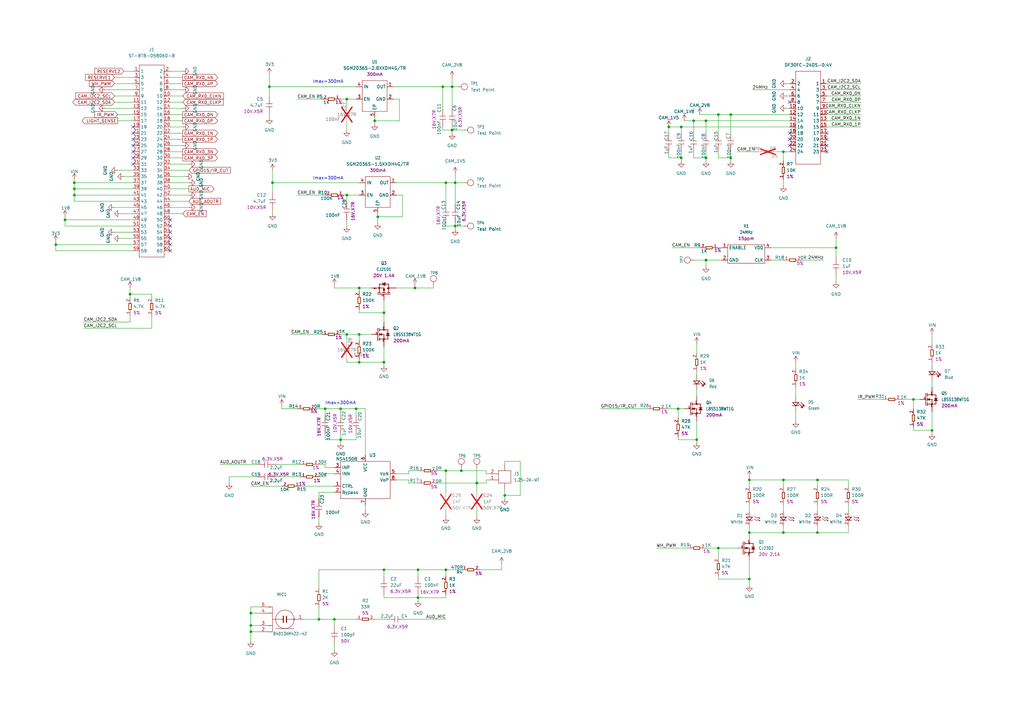
<source format=kicad_sch>
(kicad_sch (version 20231120) (generator "eeschema") (generator_version "8.0")
  (paper "A3")
  (junction (at 181.61 35.56))
  (junction (at 342.9 101.6))
  (junction (at 274.32 52.07))
  (junction (at 102.87 259.08))
  (junction (at 289.56 64.77))
  (junction (at 321.31 62.23))
  (junction (at 299.72 64.77))
  (junction (at 307.34 196.85))
  (junction (at 321.31 196.85))
  (junction (at 130.81 254))
  (junction (at 182.88 74.93))
  (junction (at 147.32 137.16))
  (junction (at 186.69 92.71))
  (junction (at 182.88 193.04))
  (junction (at 30.48 77.47))
  (junction (at 294.64 224.79))
  (junction (at 146.05 167.64))
  (junction (at 139.7 167.64))
  (junction (at 170.18 118.11))
  (junction (at 186.69 74.93))
  (junction (at 111.76 74.93))
  (junction (at 374.65 163.83))
  (junction (at 142.24 40.64))
  (junction (at 289.56 106.68))
  (junction (at 185.42 53.34))
  (junction (at 171.45 245.11))
  (junction (at 299.72 46.99))
  (junction (at 154.94 88.9))
  (junction (at 279.4 52.07))
  (junction (at 22.86 100.33))
  (junction (at 195.58 198.12))
  (junction (at 147.32 118.11))
  (junction (at 284.48 49.53))
  (junction (at 142.24 80.01))
  (junction (at 102.87 256.54))
  (junction (at 182.88 233.68))
  (junction (at 278.13 167.64))
  (junction (at 30.48 80.01))
  (junction (at 289.56 49.53))
  (junction (at 279.4 64.77))
  (junction (at 110.49 35.56))
  (junction (at 142.24 137.16))
  (junction (at 53.34 120.65))
  (junction (at 26.67 90.17))
  (junction (at 189.23 193.04))
  (junction (at 171.45 233.68))
  (junction (at 102.87 251.46))
  (junction (at 157.48 148.59))
  (junction (at 133.35 167.64))
  (junction (at 153.67 49.53))
  (junction (at 382.27 176.53))
  (junction (at 139.7 180.34))
  (junction (at 285.75 180.34))
  (junction (at 30.48 74.93))
  (junction (at 147.32 148.59))
  (junction (at 335.28 218.44))
  (junction (at 335.28 196.85))
  (junction (at 207.01 203.2))
  (junction (at 294.64 46.99))
  (junction (at 137.16 254))
  (junction (at 157.48 128.27))
  (junction (at 307.34 237.49))
  (junction (at 185.42 35.56))
  (junction (at 307.34 218.44))
  (junction (at 321.31 218.44))
  (junction (at 157.48 233.68))
  (no_connect (at 54.61 52.07))
  (no_connect (at 69.85 92.71))
  (no_connect (at 339.09 62.23))
  (no_connect (at 323.85 54.61))
  (no_connect (at 69.85 97.79))
  (no_connect (at 323.85 59.69))
  (no_connect (at 339.09 54.61))
  (no_connect (at 54.61 54.61))
  (no_connect (at 69.85 100.33))
  (no_connect (at 54.61 57.15))
  (no_connect (at 54.61 62.23))
  (no_connect (at 69.85 102.87))
  (no_connect (at 339.09 57.15))
  (no_connect (at 69.85 90.17))
  (no_connect (at 54.61 67.31))
  (no_connect (at 54.61 59.69))
  (no_connect (at 69.85 95.25))
  (no_connect (at 339.09 59.69))
  (no_connect (at 323.85 57.15))
  (no_connect (at 54.61 64.77))
  (no_connect (at 323.85 41.91))
  (wire (pts (xy 205.74 231.14) (xy 205.74 233.68)))
  (wire (pts (xy 133.35 177.8) (xy 133.35 180.34)))
  (wire (pts (xy 382.27 176.53) (xy 382.27 177.8)))
  (wire (pts (xy 147.32 147.32) (xy 147.32 148.59)))
  (wire (pts (xy 129.54 167.64) (xy 133.35 167.64)))
  (wire (pts (xy 335.28 218.44) (xy 347.98 218.44)))
  (wire (pts (xy 137.16 264.16) (xy 137.16 266.7)))
  (wire (pts (xy 121.92 40.64) (xy 132.08 40.64)))
  (wire (pts (xy 30.48 77.47) (xy 54.61 77.47)))
  (wire (pts (xy 111.76 74.93) (xy 111.76 69.85)))
  (wire (pts (xy 196.85 233.68) (xy 205.74 233.68)))
  (wire (pts (xy 382.27 156.21) (xy 382.27 158.75)))
  (wire (pts (xy 30.48 77.47) (xy 30.48 80.01)))
  (wire (pts (xy 115.57 167.64) (xy 121.92 167.64)))
  (wire (pts (xy 74.93 62.23) (xy 69.85 62.23)))
  (wire (pts (xy 289.56 49.53) (xy 323.85 49.53)))
  (wire (pts (xy 185.42 31.75) (xy 185.42 35.56)))
  (wire (pts (xy 274.32 52.07) (xy 274.32 54.61)))
  (wire (pts (xy 50.8 29.21) (xy 54.61 29.21)))
  (wire (pts (xy 278.13 180.34) (xy 285.75 180.34)))
  (wire (pts (xy 139.7 167.64) (xy 146.05 167.64)))
  (wire (pts (xy 147.32 137.16) (xy 152.4 137.16)))
  (wire (pts (xy 111.76 86.36) (xy 111.76 87.63)))
  (wire (pts (xy 102.87 259.08) (xy 106.68 259.08)))
  (wire (pts (xy 321.31 207.01) (xy 321.31 209.55)))
  (wire (pts (xy 142.24 40.64) (xy 146.05 40.64)))
  (wire (pts (xy 130.81 190.5) (xy 133.35 190.5)))
  (wire (pts (xy 207.01 203.2) (xy 207.01 204.47)))
  (wire (pts (xy 77.47 85.09) (xy 69.85 85.09)))
  (wire (pts (xy 294.64 64.77) (xy 299.72 64.77)))
  (wire (pts (xy 213.36 189.23) (xy 213.36 203.2)))
  (wire (pts (xy 74.93 49.53) (xy 69.85 49.53)))
  (wire (pts (xy 139.7 40.64) (xy 142.24 40.64)))
  (wire (pts (xy 294.64 46.99) (xy 299.72 46.99)))
  (wire (pts (xy 102.87 259.08) (xy 102.87 262.89)))
  (wire (pts (xy 294.64 236.22) (xy 294.64 237.49)))
  (wire (pts (xy 186.69 92.71) (xy 186.69 93.98)))
  (wire (pts (xy 195.58 191.77) (xy 195.58 198.12)))
  (wire (pts (xy 171.45 233.68) (xy 171.45 236.22)))
  (wire (pts (xy 74.93 36.83) (xy 69.85 36.83)))
  (wire (pts (xy 74.93 87.63) (xy 69.85 87.63)))
  (wire (pts (xy 142.24 137.16) (xy 147.32 137.16)))
  (wire (pts (xy 121.92 80.01) (xy 133.35 80.01)))
  (wire (pts (xy 165.1 80.01) (xy 165.1 88.9)))
  (wire (pts (xy 77.47 74.93) (xy 69.85 74.93)))
  (wire (pts (xy 269.24 224.79) (xy 281.94 224.79)))
  (wire (pts (xy 294.64 62.23) (xy 294.64 64.77)))
  (wire (pts (xy 182.88 233.68) (xy 189.23 233.68)))
  (wire (pts (xy 181.61 52.07) (xy 181.61 53.34)))
  (wire (pts (xy 106.68 256.54) (xy 102.87 256.54)))
  (wire (pts (xy 280.67 49.53) (xy 284.48 49.53)))
  (wire (pts (xy 53.34 132.08) (xy 53.34 129.54)))
  (wire (pts (xy 289.56 62.23) (xy 289.56 64.77)))
  (wire (pts (xy 26.67 88.9) (xy 26.67 90.17)))
  (wire (pts (xy 93.98 195.58) (xy 105.41 195.58)))
  (wire (pts (xy 157.48 243.84) (xy 157.48 245.11)))
  (wire (pts (xy 339.09 41.91) (xy 353.06 41.91)))
  (wire (pts (xy 287.02 46.99) (xy 294.64 46.99)))
  (wire (pts (xy 307.34 229.87) (xy 307.34 237.49)))
  (wire (pts (xy 342.9 97.79) (xy 342.9 101.6)))
  (wire (pts (xy 163.83 40.64) (xy 163.83 49.53)))
  (wire (pts (xy 90.17 190.5) (xy 105.41 190.5)))
  (wire (pts (xy 321.31 199.39) (xy 321.31 196.85)))
  (wire (pts (xy 62.23 134.62) (xy 62.23 129.54)))
  (wire (pts (xy 199.39 196.85) (xy 199.39 198.12)))
  (wire (pts (xy 284.48 49.53) (xy 284.48 54.61)))
  (wire (pts (xy 22.86 100.33) (xy 22.86 102.87)))
  (wire (pts (xy 102.87 251.46) (xy 102.87 256.54)))
  (wire (pts (xy 77.47 67.31) (xy 69.85 67.31)))
  (wire (pts (xy 69.85 72.39) (xy 76.2 72.39)))
  (wire (pts (xy 321.31 62.23) (xy 321.31 66.04)))
  (wire (pts (xy 74.93 31.75) (xy 69.85 31.75)))
  (wire (pts (xy 285.75 160.02) (xy 285.75 162.56)))
  (wire (pts (xy 347.98 207.01) (xy 347.98 209.55)))
  (wire (pts (xy 182.88 233.68) (xy 171.45 233.68)))
  (wire (pts (xy 186.69 91.44) (xy 186.69 92.71)))
  (wire (pts (xy 328.93 106.68) (xy 337.82 106.68)))
  (wire (pts (xy 147.32 137.16) (xy 147.32 139.7)))
  (wire (pts (xy 274.32 62.23) (xy 274.32 64.77)))
  (wire (pts (xy 342.9 113.03) (xy 342.9 115.57)))
  (wire (pts (xy 326.39 148.59) (xy 326.39 151.13)))
  (wire (pts (xy 289.56 224.79) (xy 294.64 224.79)))
  (wire (pts (xy 77.47 80.01) (xy 69.85 80.01)))
  (wire (pts (xy 113.03 190.5) (xy 123.19 190.5)))
  (wire (pts (xy 53.34 120.65) (xy 62.23 120.65)))
  (wire (pts (xy 115.57 166.37) (xy 115.57 167.64)))
  (wire (pts (xy 307.34 237.49) (xy 307.34 240.03)))
  (wire (pts (xy 62.23 121.92) (xy 62.23 120.65)))
  (wire (pts (xy 189.23 191.77) (xy 189.23 193.04)))
  (wire (pts (xy 102.87 256.54) (xy 102.87 259.08)))
  (wire (pts (xy 153.67 48.26) (xy 153.67 49.53)))
  (wire (pts (xy 335.28 199.39) (xy 335.28 196.85)))
  (wire (pts (xy 119.38 137.16) (xy 132.08 137.16)))
  (wire (pts (xy 289.56 106.68) (xy 295.91 106.68)))
  (wire (pts (xy 322.58 34.29) (xy 323.85 34.29)))
  (wire (pts (xy 46.99 95.25) (xy 54.61 95.25)))
  (wire (pts (xy 77.47 69.85) (xy 69.85 69.85)))
  (wire (pts (xy 53.34 118.11) (xy 53.34 120.65)))
  (wire (pts (xy 339.09 39.37) (xy 353.06 39.37)))
  (wire (pts (xy 200.66 194.31) (xy 199.39 194.31)))
  (wire (pts (xy 185.42 35.56) (xy 185.42 44.45)))
  (wire (pts (xy 316.23 101.6) (xy 342.9 101.6)))
  (wire (pts (xy 289.56 49.53) (xy 289.56 54.61)))
  (wire (pts (xy 299.72 64.77) (xy 299.72 66.04)))
  (wire (pts (xy 285.75 180.34) (xy 285.75 181.61)))
  (wire (pts (xy 30.48 74.93) (xy 54.61 74.93)))
  (wire (pts (xy 182.88 91.44) (xy 182.88 92.71)))
  (wire (pts (xy 154.94 88.9) (xy 154.94 91.44)))
  (wire (pts (xy 181.61 53.34) (xy 185.42 53.34)))
  (wire (pts (xy 147.32 127) (xy 147.32 128.27)))
  (wire (pts (xy 157.48 233.68) (xy 171.45 233.68)))
  (wire (pts (xy 182.88 74.93) (xy 182.88 83.82)))
  (wire (pts (xy 130.81 233.68) (xy 157.48 233.68)))
  (wire (pts (xy 162.56 196.85) (xy 167.64 196.85)))
  (wire (pts (xy 284.48 62.23) (xy 284.48 64.77)))
  (wire (pts (xy 161.29 40.64) (xy 163.83 40.64)))
  (wire (pts (xy 161.29 35.56) (xy 181.61 35.56)))
  (wire (pts (xy 285.75 140.97) (xy 285.75 144.78)))
  (wire (pts (xy 43.18 36.83) (xy 54.61 36.83)))
  (wire (pts (xy 339.09 36.83) (xy 353.06 36.83)))
  (wire (pts (xy 133.35 194.31) (xy 133.35 195.58)))
  (wire (pts (xy 46.99 39.37) (xy 54.61 39.37)))
  (wire (pts (xy 213.36 203.2) (xy 207.01 203.2)))
  (wire (pts (xy 318.77 62.23) (xy 321.31 62.23)))
  (wire (pts (xy 146.05 170.18) (xy 146.05 167.64)))
  (wire (pts (xy 157.48 148.59) (xy 157.48 142.24)))
  (wire (pts (xy 339.09 46.99) (xy 353.06 46.99)))
  (wire (pts (xy 74.93 44.45) (xy 69.85 44.45)))
  (wire (pts (xy 182.88 74.93) (xy 186.69 74.93)))
  (wire (pts (xy 170.18 118.11) (xy 177.8 118.11)))
  (wire (pts (xy 133.35 191.77) (xy 137.16 191.77)))
  (wire (pts (xy 182.88 193.04) (xy 179.07 193.04)))
  (wire (pts (xy 382.27 148.59) (xy 382.27 149.86)))
  (wire (pts (xy 195.58 198.12) (xy 195.58 201.93)))
  (wire (pts (xy 342.9 101.6) (xy 342.9 105.41)))
  (wire (pts (xy 26.67 92.71) (xy 54.61 92.71)))
  (wire (pts (xy 285.75 172.72) (xy 285.75 180.34)))
  (wire (pts (xy 273.05 167.64) (xy 278.13 167.64)))
  (wire (pts (xy 289.56 64.77) (xy 289.56 66.04)))
  (wire (pts (xy 162.56 80.01) (xy 165.1 80.01)))
  (wire (pts (xy 22.86 100.33) (xy 54.61 100.33)))
  (wire (pts (xy 157.48 148.59) (xy 157.48 149.86)))
  (wire (pts (xy 22.86 102.87) (xy 54.61 102.87)))
  (wire (pts (xy 30.48 80.01) (xy 30.48 82.55)))
  (wire (pts (xy 374.65 176.53) (xy 382.27 176.53)))
  (wire (pts (xy 48.26 49.53) (xy 54.61 49.53)))
  (wire (pts (xy 189.23 193.04) (xy 182.88 193.04)))
  (wire (pts (xy 46.99 41.91) (xy 54.61 41.91)))
  (wire (pts (xy 167.64 198.12) (xy 171.45 198.12)))
  (wire (pts (xy 289.56 106.68) (xy 289.56 109.22)))
  (wire (pts (xy 182.88 92.71) (xy 186.69 92.71)))
  (wire (pts (xy 152.4 118.11) (xy 147.32 118.11)))
  (wire (pts (xy 351.79 163.83) (xy 361.95 163.83)))
  (wire (pts (xy 274.32 52.07) (xy 279.4 52.07)))
  (wire (pts (xy 149.86 186.69) (xy 149.86 167.64)))
  (wire (pts (xy 326.39 158.75) (xy 326.39 162.56)))
  (wire (pts (xy 274.32 64.77) (xy 279.4 64.77)))
  (wire (pts (xy 294.64 224.79) (xy 294.64 228.6)))
  (wire (pts (xy 382.27 168.91) (xy 382.27 176.53)))
  (wire (pts (xy 74.93 39.37) (xy 69.85 39.37)))
  (wire (pts (xy 153.67 254) (xy 158.75 254)))
  (wire (pts (xy 186.69 71.12) (xy 186.69 74.93)))
  (wire (pts (xy 142.24 40.64) (xy 142.24 43.18)))
  (wire (pts (xy 278.13 167.64) (xy 280.67 167.64)))
  (wire (pts (xy 34.29 134.62) (xy 62.23 134.62)))
  (wire (pts (xy 307.34 218.44) (xy 321.31 218.44)))
  (wire (pts (xy 308.61 36.83) (xy 323.85 36.83)))
  (wire (pts (xy 154.94 87.63) (xy 154.94 88.9)))
  (wire (pts (xy 30.48 80.01) (xy 54.61 80.01)))
  (wire (pts (xy 170.18 116.84) (xy 170.18 118.11)))
  (wire (pts (xy 34.29 132.08) (xy 53.34 132.08)))
  (wire (pts (xy 139.7 180.34) (xy 139.7 181.61)))
  (wire (pts (xy 137.16 254) (xy 146.05 254)))
  (wire (pts (xy 30.48 73.66) (xy 30.48 74.93)))
  (wire (pts (xy 74.93 64.77) (xy 69.85 64.77)))
  (wire (pts (xy 207.01 190.5) (xy 207.01 189.23)))
  (wire (pts (xy 142.24 80.01) (xy 147.32 80.01)))
  (wire (pts (xy 285.75 152.4) (xy 285.75 153.67)))
  (wire (pts (xy 110.49 35.56) (xy 110.49 30.48)))
  (wire (pts (xy 77.47 77.47) (xy 69.85 77.47)))
  (wire (pts (xy 49.53 87.63) (xy 54.61 87.63)))
  (wire (pts (xy 149.86 207.01) (xy 149.86 209.55)))
  (wire (pts (xy 299.72 46.99) (xy 299.72 54.61)))
  (wire (pts (xy 106.68 248.92) (xy 102.87 248.92)))
  (wire (pts (xy 181.61 35.56) (xy 185.42 35.56)))
  (wire (pts (xy 74.93 57.15) (xy 69.85 57.15)))
  (wire (pts (xy 147.32 148.59) (xy 157.48 148.59)))
  (wire (pts (xy 278.13 179.07) (xy 278.13 180.34)))
  (wire (pts (xy 339.09 34.29) (xy 353.06 34.29)))
  (wire (pts (xy 130.81 241.3) (xy 130.81 233.68)))
  (wire (pts (xy 139.7 170.18) (xy 139.7 167.64)))
  (wire (pts (xy 133.35 190.5) (xy 133.35 191.77)))
  (wire (pts (xy 279.4 52.07) (xy 323.85 52.07)))
  (wire (pts (xy 130.81 254) (xy 130.81 248.92)))
  (wire (pts (xy 275.59 101.6) (xy 287.02 101.6)))
  (wire (pts (xy 142.24 90.17) (xy 142.24 92.71)))
  (wire (pts (xy 137.16 201.93) (xy 130.81 201.93)))
  (wire (pts (xy 321.31 215.9) (xy 321.31 218.44)))
  (wire (pts (xy 166.37 254) (xy 182.88 254)))
  (wire (pts (xy 111.76 74.93) (xy 147.32 74.93)))
  (wire (pts (xy 195.58 209.55) (xy 195.58 212.09)))
  (wire (pts (xy 139.7 180.34) (xy 146.05 180.34)))
  (wire (pts (xy 299.72 46.99) (xy 323.85 46.99)))
  (wire (pts (xy 185.42 52.07) (xy 185.42 53.34)))
  (wire (pts (xy 26.67 90.17) (xy 54.61 90.17)))
  (wire (pts (xy 43.18 44.45) (xy 54.61 44.45)))
  (wire (pts (xy 326.39 168.91) (xy 326.39 172.72)))
  (wire (pts (xy 185.42 35.56) (xy 187.96 35.56)))
  (wire (pts (xy 146.05 180.34) (xy 146.05 177.8)))
  (wire (pts (xy 339.09 49.53) (xy 353.06 49.53)))
  (wire (pts (xy 182.88 236.22) (xy 182.88 233.68)))
  (wire (pts (xy 186.69 92.71) (xy 190.5 92.71)))
  (wire (pts (xy 149.86 167.64) (xy 146.05 167.64)))
  (wire (pts (xy 102.87 199.39) (xy 115.57 199.39)))
  (wire (pts (xy 53.34 120.65) (xy 53.34 121.92)))
  (wire (pts (xy 102.87 248.92) (xy 102.87 251.46)))
  (wire (pts (xy 163.83 49.53) (xy 153.67 49.53)))
  (wire (pts (xy 185.42 53.34) (xy 185.42 54.61)))
  (wire (pts (xy 137.16 254) (xy 137.16 256.54)))
  (wire (pts (xy 207.01 189.23) (xy 213.36 189.23)))
  (wire (pts (xy 321.31 73.66) (xy 321.31 76.2)))
  (wire (pts (xy 102.87 251.46) (xy 106.68 251.46)))
  (wire (pts (xy 307.34 196.85) (xy 307.34 199.39)))
  (wire (pts (xy 294.64 101.6) (xy 295.91 101.6)))
  (wire (pts (xy 171.45 245.11) (xy 171.45 246.38)))
  (wire (pts (xy 142.24 148.59) (xy 147.32 148.59)))
  (wire (pts (xy 130.81 254) (xy 137.16 254)))
  (wire (pts (xy 199.39 193.04) (xy 189.23 193.04)))
  (wire (pts (xy 347.98 215.9) (xy 347.98 218.44)))
  (wire (pts (xy 171.45 193.04) (xy 167.64 193.04)))
  (wire (pts (xy 182.88 209.55) (xy 182.88 212.09)))
  (wire (pts (xy 142.24 80.01) (xy 142.24 82.55)))
  (wire (pts (xy 147.32 118.11) (xy 147.32 119.38)))
  (wire (pts (xy 284.48 64.77) (xy 289.56 64.77)))
  (wire (pts (xy 294.64 237.49) (xy 307.34 237.49)))
  (wire (pts (xy 279.4 52.07) (xy 279.4 54.61)))
  (wire (pts (xy 74.93 46.99) (xy 69.85 46.99)))
  (wire (pts (xy 165.1 88.9) (xy 154.94 88.9)))
  (wire (pts (xy 374.65 163.83) (xy 377.19 163.83)))
  (wire (pts (xy 46.99 85.09) (xy 54.61 85.09)))
  (wire (pts (xy 48.26 69.85) (xy 54.61 69.85)))
  (wire (pts (xy 321.31 196.85) (xy 335.28 196.85)))
  (wire (pts (xy 130.81 201.93) (xy 130.81 204.47)))
  (wire (pts (xy 162.56 118.11) (xy 170.18 118.11)))
  (wire (pts (xy 307.34 207.01) (xy 307.34 209.55)))
  (wire (pts (xy 110.49 35.56) (xy 110.49 39.37)))
  (wire (pts (xy 200.66 196.85) (xy 199.39 196.85)))
  (wire (pts (xy 335.28 196.85) (xy 347.98 196.85)))
  (wire (pts (xy 140.97 80.01) (xy 142.24 80.01)))
  (wire (pts (xy 30.48 74.93) (xy 30.48 77.47)))
  (wire (pts (xy 182.88 243.84) (xy 182.88 245.11)))
  (wire (pts (xy 74.93 59.69) (xy 69.85 59.69)))
  (wire (pts (xy 322.58 44.45) (xy 323.85 44.45)))
  (wire (pts (xy 133.35 170.18) (xy 133.35 167.64)))
  (wire (pts (xy 93.98 198.12) (xy 93.98 195.58)))
  (wire (pts (xy 181.61 35.56) (xy 181.61 44.45)))
  (wire (pts (xy 195.58 198.12) (xy 199.39 198.12)))
  (wire (pts (xy 77.47 82.55) (xy 69.85 82.55)))
  (wire (pts (xy 110.49 35.56) (xy 146.05 35.56)))
  (wire (pts (xy 50.8 72.39) (xy 54.61 72.39)))
  (wire (pts (xy 167.64 194.31) (xy 162.56 194.31)))
  (wire (pts (xy 185.42 53.34) (xy 190.5 53.34)))
  (wire (pts (xy 374.65 163.83) (xy 374.65 167.64)))
  (wire (pts (xy 302.26 62.23) (xy 311.15 62.23)))
  (wire (pts (xy 322.58 39.37) (xy 323.85 39.37)))
  (wire (pts (xy 284.48 106.68) (xy 289.56 106.68)))
  (wire (pts (xy 307.34 196.85) (xy 321.31 196.85)))
  (wire (pts (xy 157.48 233.68) (xy 157.48 236.22)))
  (wire (pts (xy 307.34 195.58) (xy 307.34 196.85)))
  (wire (pts (xy 74.93 34.29) (xy 69.85 34.29)))
  (wire (pts (xy 54.61 31.75) (xy 46.99 31.75)))
  (wire (pts (xy 139.7 177.8) (xy 139.7 180.34)))
  (wire (pts (xy 284.48 49.53) (xy 289.56 49.53)))
  (wire (pts (xy 207.01 200.66) (xy 207.01 203.2)))
  (wire (pts (xy 137.16 118.11) (xy 147.32 118.11)))
  (wire (pts (xy 153.67 49.53) (xy 153.67 50.8)))
  (wire (pts (xy 347.98 199.39) (xy 347.98 196.85)))
  (wire (pts (xy 299.72 62.23) (xy 299.72 64.77)))
  (wire (pts (xy 335.28 207.01) (xy 335.28 209.55)))
  (wire (pts (xy 167.64 196.85) (xy 167.64 198.12)))
  (wire (pts (xy 307.34 218.44) (xy 307.34 219.71)))
  (wire (pts (xy 167.64 193.04) (xy 167.64 194.31)))
  (wire (pts (xy 157.48 245.11) (xy 171.45 245.11)))
  (wire (pts (xy 124.46 254) (xy 130.81 254)))
  (wire (pts (xy 323.85 62.23) (xy 321.31 62.23)))
  (wire (pts (xy 48.26 46.99) (xy 54.61 46.99)))
  (wire (pts (xy 171.45 243.84) (xy 171.45 245.11)))
  (wire (pts (xy 142.24 50.8) (xy 142.24 53.34)))
  (wire (pts (xy 339.09 52.07) (xy 353.06 52.07)))
  (wire (pts (xy 382.27 137.16) (xy 382.27 140.97)))
  (wire (pts (xy 335.28 215.9) (xy 335.28 218.44)))
  (wire (pts (xy 26.67 90.17) (xy 26.67 92.71)))
  (wire (pts (xy 142.24 147.32) (xy 142.24 148.59)))
  (wire (pts (xy 294.64 46.99) (xy 294.64 54.61)))
  (wire (pts (xy 321.31 218.44) (xy 335.28 218.44)))
  (wire (pts (xy 142.24 137.16) (xy 142.24 139.7)))
  (wire (pts (xy 162.56 74.93) (xy 182.88 74.93)))
  (wire (pts (xy 279.4 64.77) (xy 279.4 66.04)))
  (wire (pts (xy 147.32 128.27) (xy 157.48 128.27)))
  (wire (pts (xy 30.48 82.55) (xy 54.61 82.55)))
  (wire (pts (xy 246.38 167.64) (xy 265.43 167.64)))
  (wire (pts (xy 74.93 52.07) (xy 69.85 52.07)))
  (wire (pts (xy 339.09 44.45) (xy 353.06 44.45)))
  (wire (pts (xy 133.35 167.64) (xy 139.7 167.64)))
  (wire (pts (xy 133.35 180.34) (xy 139.7 180.34)))
  (wire (pts (xy 307.34 215.9) (xy 307.34 218.44)))
  (wire (pts (xy 74.93 41.91) (xy 69.85 41.91)))
  (wire (pts (xy 199.39 194.31) (xy 199.39 193.04)))
  (wire (pts (xy 374.65 175.26) (xy 374.65 176.53)))
  (wire (pts (xy 279.4 62.23) (xy 279.4 64.77)))
  (wire (pts (xy 316.23 106.68) (xy 321.31 106.68)))
  (wire (pts (xy 157.48 128.27) (xy 157.48 132.08)))
  (wire (pts (xy 49.53 97.79) (xy 54.61 97.79)))
  (wire (pts (xy 137.16 116.84) (xy 137.16 118.11)))
  (wire (pts (xy 111.76 74.93) (xy 111.76 78.74)))
  (wire (pts (xy 182.88 193.04) (xy 182.88 201.93)))
  (wire (pts (xy 294.64 224.79) (xy 302.26 224.79)))
  (wire (pts (xy 186.69 74.93) (xy 186.69 83.82)))
  (wire (pts (xy 113.03 195.58) (xy 123.19 195.58)))
  (wire (pts (xy 22.86 99.06) (xy 22.86 100.33)))
  (wire (pts (xy 123.19 199.39) (xy 137.16 199.39)))
  (wire (pts (xy 157.48 123.19) (xy 157.48 128.27)))
  (wire (pts (xy 139.7 137.16) (xy 142.24 137.16)))
  (wire (pts (xy 130.81 212.09) (xy 130.81 214.63)))
  (wire (pts (xy 278.13 167.64) (xy 278.13 171.45)))
  (wire (pts (xy 130.81 195.58) (xy 133.35 195.58)))
  (wire (pts (xy 74.93 54.61) (xy 69.85 54.61)))
  (wire (pts (xy 137.16 194.31) (xy 133.35 194.31)))
  (wire (pts (xy 110.49 46.99) (xy 110.49 48.26)))
  (wire (pts (xy 186.69 74.93) (xy 190.5 74.93)))
  (wire (pts (xy 179.07 198.12) (xy 195.58 198.12)))
  (wire (pts (xy 369.57 163.83) (xy 374.65 163.83)))
  (wire (pts (xy 177.8 116.84) (xy 177.8 118.11)))
  (wire (pts (xy 171.45 245.11) (xy 182.88 245.11)))
  (wire (pts (xy 46.99 34.29) (xy 54.61 34.29)))
  (wire (pts (xy 74.93 29.21) (xy 69.85 29.21)))
  (text "Imax=300mA\n" (at 128.27 73.914 0) (effects (font (size 1.27 1.27)) (justify left bottom)))
  (text "Imax=300mA\n" (at 133.35 166.116 0) (effects (font (size 1.27 1.27)) (justify left bottom)))
  (text "Imax=300mA\n" (at 128.27 34.29 0) (effects (font (size 1.27 1.27)) (justify left bottom)))
  (label "WH_PWM" (at 269.24 224.79 0))
  (label "CAM_EN" (at 121.92 80.01 0))
  (label "CAM_EN" (at 119.38 137.16 0))
  (label "AUD_MIC" (at 182.88 254 180))
  (label "CAM_EN" (at 275.59 101.6 0))
  (label "CAM_RX0_1N" (at 353.06 49.53 180))
  (label "CAM_I2C2_SCL" (at 353.06 36.83 180))
  (label "CAM_RX0_1P" (at 353.06 52.07 180))
  (label "GPIO15{slash}IR_CUT" (at 246.38 167.64 0))
  (label "24MHz" (at 337.82 106.68 180))
  (label "CAM_I2C2_SDA" (at 353.06 34.29 180))
  (label "CAM_RX0_CLKN" (at 353.06 44.45 180))
  (label "CAM_EN" (at 102.87 199.39 0))
  (label "CAM_I2C2_SCL" (at 34.29 134.62 0))
  (label "CAM_EN" (at 302.26 62.23 0))
  (label "IR_PWM" (at 351.79 163.83 0))
  (label "24MHz" (at 308.61 36.83 0))
  (label "CAM_EN" (at 121.92 40.64 0))
  (label "CAM_RX0_CLKP" (at 353.06 46.99 180))
  (label "AUD_AOUTR" (at 90.17 190.5 0))
  (label "CAM_I2C2_SDA" (at 34.29 132.08 0))
  (label "CAM_RX0_0P" (at 353.06 41.91 180))
  (label "CAM_RX0_0N" (at 353.06 39.37 180))
  (global_label "CAM_RX0_0N" (shape output) (at 74.93 46.99 0) (property "Intersheetrefs" "${INTERSHEET_REFS}" (effects (hide yes))))
  (global_label "CAM_RX0_3N" (shape output) (at 74.93 62.23 0) (property "Intersheetrefs" "${INTERSHEET_REFS}" (effects (hide yes))))
  (global_label "WH_PWM" (shape input) (at 46.99 34.29 180) (property "Intersheetrefs" "${INTERSHEET_REFS}" (effects (hide yes))))
  (global_label "CAM_RX0_0P" (shape output) (at 74.93 49.53 0) (property "Intersheetrefs" "${INTERSHEET_REFS}" (effects (hide yes))))
  (global_label "RESERVE2" (shape input) (at 50.8 29.21 180) (property "Intersheetrefs" "${INTERSHEET_REFS}" (effects (hide yes))))
  (global_label "CAM_RX0_3P" (shape output) (at 74.93 64.77 0) (property "Intersheetrefs" "${INTERSHEET_REFS}" (effects (hide yes))))
  (global_label "CAM_RX0_4N" (shape output) (at 74.93 31.75 0) (property "Intersheetrefs" "${INTERSHEET_REFS}" (effects (hide yes))))
  (global_label "CAM_RX0_1P" (shape output) (at 74.93 57.15 0) (property "Intersheetrefs" "${INTERSHEET_REFS}" (effects (hide yes))))
  (global_label "CAM_I2C2_SCL" (shape input) (at 46.99 39.37 180) (property "Intersheetrefs" "${INTERSHEET_REFS}" (effects (hide yes))))
  (global_label "CAM_RX0_1N" (shape output) (at 74.93 54.61 0) (property "Intersheetrefs" "${INTERSHEET_REFS}" (effects (hide yes))))
  (global_label "CAM_RX0_4P" (shape output) (at 74.93 34.29 0) (property "Intersheetrefs" "${INTERSHEET_REFS}" (effects (hide yes))))
  (global_label "IR_PWM" (shape input) (at 48.26 46.99 180) (property "Intersheetrefs" "${INTERSHEET_REFS}" (effects (hide yes))))
  (global_label "CAM_RX0_CLKN" (shape input) (at 74.93 39.37 0) (property "Intersheetrefs" "${INTERSHEET_REFS}" (effects (hide yes))))
  (global_label "CAM_EN" (shape input) (at 74.93 87.63 0) (property "Intersheetrefs" "${INTERSHEET_REFS}" (effects (hide yes))))
  (global_label "RESERVE1" (shape input) (at 46.99 31.75 180) (property "Intersheetrefs" "${INTERSHEET_REFS}" (effects (hide yes))))
  (global_label "AUD_AOUTR" (shape input) (at 77.47 82.55 0) (property "Intersheetrefs" "${INTERSHEET_REFS}" (effects (hide yes))))
  (global_label "GPIO15{slash}IR_CUT" (shape input) (at 77.47 69.85 0) (property "Intersheetrefs" "${INTERSHEET_REFS}" (effects (hide yes))))
  (global_label "AUD_MIC" (shape output) (at 77.47 77.47 0) (property "Intersheetrefs" "${INTERSHEET_REFS}" (effects (hide yes))))
  (global_label "CAM_RX0_CLKP" (shape input) (at 74.93 41.91 0) (property "Intersheetrefs" "${INTERSHEET_REFS}" (effects (hide yes))))
  (global_label "LIGHT_SENSE" (shape output) (at 48.26 49.53 180) (property "Intersheetrefs" "${INTERSHEET_REFS}" (effects (hide yes))))
  (global_label "CAM_I2C2_SDA" (shape bidirectional) (at 46.99 41.91 180) (property "Intersheetrefs" "${INTERSHEET_REFS}" (effects (hide yes))))
  (symbol (lib_id "libdb:Resistors/301010044") (at 285.75 148.59 90) (unit 1)
    (property "Reference" "R29" (at 287.02 146.0499 90) (effects (justify right)))
    (property "Value" "1K" (at 287.02 148.5899 90) (effects (justify right)))
    (property "Footprint" "Resistor:R0402" (effects (hide yes)))
    (property "Description" "SMD RES 1K-1%-1/16W;0402" (effects (hide yes)))
    (property "Manufacturer" "YAGEO" (effects (hide yes)))
    (property "MPN" "RC0402FR-071KL" (effects (hide yes)))
    (property "SKU" "301010044" (effects (hide yes)))
    (property "Resistance" "1K" (effects (hide yes)))
    (property "Part Type" "RES" (effects (hide yes)))
    (property "Power Rating" "1%" (at 287.02 151.1299 90) (effects (justify right)))
    (property "Status" "Combox Pro" (effects (hide yes)))
    (property "Temperature" "-55°C to 155°C" (effects (hide yes)))
  )
  (symbol (lib_id "libdb:Misc/TP35C_SMD") (at 189.23 189.23 90) (unit 1)
    (property "Reference" "TP6" (at 187.96 186.944 90) (effects (font (size 1.27 1.0795)) (justify right)))
    (property "Value" "Test Point" (effects (hide yes)))
    (property "Footprint" "Misc:TP-D35MIL" (effects (hide yes)))
    (property "Description" "Test Point;TP35C_SMD" (effects (hide yes)))
    (property "SKU" "TP35C_SMD" (effects (hide yes)))
    (property "Part Type" "Test Point" (effects (hide yes)))
  )
  (symbol (lib_id "libdb:Capacitors/302010040") (at 284.48 58.42 0) (unit 1)
    (property "Reference" "C16" (at 283.464 57.658 90) (effects (justify left)))
    (property "Value" "1uF" (at 283.21 61.214 90))
    (property "Footprint" "Capacitor:C0402" (effects (hide yes)))
    (property "Description" "SMD CAP Ceramic 1uF-10V-10%-X5R;0402" (effects (hide yes)))
    (property "Manufacturer" "YAGEO" (effects (hide yes)))
    (property "MPN" "CC0402KRX5R6BB105" (effects (hide yes)))
    (property "SKU" "302010040" (effects (hide yes)))
    (property "Part Type" "Ceramic" (effects (hide yes)))
    (property "Voltage Rating" "10V,X5R" (effects (hide yes)))
    (property "Status" "BeagleBone Carrier Board" (effects (hide yes)))
    (property "Temperature" "-55°C to 85°C" (effects (hide yes)))
  )
  (symbol (lib_id "libdb:Capacitors/302010053") (at 186.69 87.63 0) (unit 1)
    (property "Reference" "C14" (at 187.96 86.106 90) (effects (justify left)))
    (property "Value" "10uF" (at 188.214 92.964 90) (effects (justify left)))
    (property "Footprint" "Capacitor:C0402" (effects (hide yes)))
    (property "Description" "SMD CAP Ceramic 10uF-6.3V-20%-X5R;0402" (effects (hide yes)))
    (property "Manufacturer" "YAGEO" (effects (hide yes)))
    (property "MPN" "CC0402MRX5R5BB106" (effects (hide yes)))
    (property "SKU" "302010053" (effects (hide yes)))
    (property "Part Type" "Ceramic" (effects (hide yes)))
    (property "Voltage Rating" "6.3V,X5R" (at 190.246 90.932 90) (effects (justify left)))
    (property "Status" "ST" (effects (hide yes)))
    (property "Temperature" "-55°C to 85°C" (effects (hide yes)))
  )
  (symbol (lib_id "libdb:Resistors/301010044") (at 326.39 154.94 90) (unit 1)
    (property "Reference" "R34" (at 327.66 152.3999 90) (effects (justify right)))
    (property "Value" "1K" (at 327.66 154.9399 90) (effects (justify right)))
    (property "Footprint" "Resistor:R0402" (effects (hide yes)))
    (property "Description" "SMD RES 1K-1%-1/16W;0402" (effects (hide yes)))
    (property "Manufacturer" "YAGEO" (effects (hide yes)))
    (property "MPN" "RC0402FR-071KL" (effects (hide yes)))
    (property "SKU" "301010044" (effects (hide yes)))
    (property "Resistance" "1K" (effects (hide yes)))
    (property "Part Type" "RES" (effects (hide yes)))
    (property "Power Rating" "1%" (at 327.66 157.4799 90) (effects (justify right)))
    (property "Status" "Combox Pro" (effects (hide yes)))
    (property "Temperature" "-55°C to 155°C" (effects (hide yes)))
  )
  (symbol (lib_id "P & G:GND") (at 149.86 209.55 0) (unit 1)
    (property "Reference" "#PWR050" (effects (hide yes)))
    (property "Value" "GND" (at 149.86 214.122 0))
  )
  (symbol (lib_id "libdb:Misc/TP35C_SMD") (at 193.04 74.93 0) (unit 1)
    (property "Reference" "TP2" (at 195.58 73.6599 0) (effects (font (size 1.27 1.0795)) (justify left)))
    (property "Value" "Test Point" (at 195.58 76.1999 0) (effects (justify left)))
    (property "Footprint" "Misc:TP-D35MIL" (effects (hide yes)))
    (property "Description" "Test Point;TP35C_SMD" (effects (hide yes)))
    (property "SKU" "TP35C_SMD" (effects (hide yes)))
    (property "Part Type" "Test Point" (effects (hide yes)))
  )
  (symbol (lib_id "libdb:Resistors/301010010") (at 62.23 125.73 90) (unit 1)
    (property "Reference" "R11" (at 63.5 123.1899 90) (effects (justify right)))
    (property "Value" "4.7K" (at 63.5 125.7299 90) (effects (justify right)))
    (property "Footprint" "Resistor:R0402" (effects (hide yes)))
    (property "Description" "SMD RES 4.7K-5%-1/16W;0402" (effects (hide yes)))
    (property "Manufacturer" "YAGEO" (effects (hide yes)))
    (property "MPN" "RC0402JR-074K7L" (effects (hide yes)))
    (property "SKU" "301010010" (effects (hide yes)))
    (property "Resistance" "4.7K" (effects (hide yes)))
    (property "Part Type" "RES" (effects (hide yes)))
    (property "Power Rating" "5%" (at 63.5 128.2699 90) (effects (justify right)))
    (property "Status" "BeagleBone Carrier Board" (effects (hide yes)))
    (property "Temperature" "-55°C to 155°C" (effects (hide yes)))
  )
  (symbol (lib_id "P & G:GND") (at 342.9 115.57 0) (unit 1)
    (property "Reference" "#PWR035" (effects (hide yes)))
    (property "Value" "GND" (at 342.9 120.65 0))
  )
  (symbol (lib_id "libdb:Misc/312030402") (at 116.84 254 270) (mirror x) (unit 1)
    (property "Reference" "MIC1" (at 115.6081 243.84 90) (effects (font (size 1.27 1.0795))))
    (property "Value" "B4013AM422-42" (at 125.984 260.604 90) (effects (font (size 1.27 1.0795)) (justify right top)))
    (property "Footprint" "Misc:MIC-5P-SMD-4X4MM" (effects (hide yes)))
    (property "Description" "SMD Mic OMI -42dB;2P-D4-H1.3mm" (effects (hide yes)))
    (property "Manufacturer" "GoerTek" (effects (hide yes)))
    (property "MPN" "B4013AM422-42" (effects (hide yes)))
    (property "SKU" "312030402" (effects (hide yes)))
    (property "Part Type" "MIC" (effects (hide yes)))
    (property "Temperature" "-30°C to 70°C" (effects (hide yes)))
  )
  (symbol (lib_id "libdb:Capacitors/302010004") (at 181.61 48.26 0) (mirror y) (unit 1)
    (property "Reference" "C11" (at 180.086 46.228 90) (effects (justify left)))
    (property "Value" "100nF" (at 180.086 52.324 90))
    (property "Footprint" "Capacitor:C0402" (effects (hide yes)))
    (property "Description" "SMD CAP Ceramic 100nF-16V-10%-X7R;0402" (effects (hide yes)))
    (property "Manufacturer" "YAGEO" (effects (hide yes)))
    (property "MPN" "CC0402KRX7R7BB104" (effects (hide yes)))
    (property "SKU" "302010004" (effects (hide yes)))
    (property "Part Type" "Ceramic" (effects (hide yes)))
    (property "Voltage Rating" "16V,X7R" (at 178.054 49.022 90))
    (property "Status" "BeagleBone Carrier Board" (effects (hide yes)))
    (property "Temperature" "-55°C to 125°C" (effects (hide yes)))
  )
  (symbol (lib_id "P & G:GND") (at 43.18 36.83 270) (mirror x) (unit 1)
    (property "Reference" "#PWR04" (effects (hide yes)))
    (property "Value" "GND" (at 38.1 36.83 0))
  )
  (symbol (lib_id "P & G:+1V8") (at 53.34 118.11 0) (mirror y) (unit 1)
    (property "Reference" "#PWR063" (effects (hide yes)))
    (property "Value" "CAM_1V8" (at 53.594 114.554 0))
  )
  (symbol (lib_id "P & G:+3V3") (at 186.69 71.12 0) (unit 1)
    (property "Reference" "#PWR040" (effects (hide yes)))
    (property "Value" "CAM_1V5" (at 186.69 66.04 0))
  )
  (symbol (lib_id "libdb:Capacitors/302010005") (at 182.88 205.74 0) (unit 1) (dnp yes)
    (property "Reference" "C25" (at 185.42 203.1999 0) (effects (justify left)))
    (property "Value" "1nF" (at 185.42 205.7399 0) (effects (justify left)))
    (property "Footprint" "Capacitor:C0402" (effects (hide yes)))
    (property "Description" "SMD CAP Ceramic 1nF-50V-10%-X7R;0402" (effects (hide yes)))
    (property "Manufacturer" "YAGEO" (effects (hide yes)))
    (property "MPN" "CC0402KRX7R9BB102" (effects (hide yes)))
    (property "SKU" "302010005" (effects (hide yes)))
    (property "Part Type" "Ceramic" (effects (hide yes)))
    (property "Voltage Rating" "50V,X7R" (at 185.42 208.2799 0) (effects (justify left)))
    (property "Status" "RT-M7" (effects (hide yes)))
    (property "Temperature" "-55°C to 125°C" (effects (hide yes)))
  )
  (symbol (lib_id "libdb:Resistors/301010005") (at 374.65 171.45 90) (unit 1)
    (property "Reference" "R32" (at 375.92 168.9099 90) (effects (justify right)))
    (property "Value" "47K" (at 375.92 171.4499 90) (effects (justify right)))
    (property "Footprint" "Resistor:R0402" (effects (hide yes)))
    (property "Description" "SMD RES 47K-5%-1/16W;0402" (effects (hide yes)))
    (property "Manufacturer" "YAGEO" (effects (hide yes)))
    (property "MPN" "RC0402JR-0747KL" (effects (hide yes)))
    (property "SKU" "301010005" (effects (hide yes)))
    (property "Resistance" "47K" (effects (hide yes)))
    (property "Part Type" "RES" (effects (hide yes)))
    (property "Power Rating" "5%" (at 375.92 173.9899 90) (effects (justify right)))
    (property "Status" "reSpeaker" (effects (hide yes)))
    (property "Temperature" "-55°C to 155°C" (effects (hide yes)))
  )
  (symbol (lib_id "libdb:Resistors/301010044") (at 269.24 167.64 0) (unit 1)
    (property "Reference" "R26" (at 264.414 166.37 0))
    (property "Value" "1K" (at 272.796 167.386 0) (effects (justify left bottom)))
    (property "Footprint" "Resistor:R0402" (effects (hide yes)))
    (property "Description" "SMD RES 1K-1%-1/16W;0402" (effects (hide yes)))
    (property "Manufacturer" "YAGEO" (effects (hide yes)))
    (property "MPN" "RC0402FR-071KL" (effects (hide yes)))
    (property "SKU" "301010044" (effects (hide yes)))
    (property "Resistance" "1K" (effects (hide yes)))
    (property "Part Type" "RES" (effects (hide yes)))
    (property "Power Rating" "1%" (at 272.542 168.91 0))
    (property "Status" "Combox Pro" (effects (hide yes)))
    (property "Temperature" "-55°C to 155°C" (effects (hide yes)))
  )
  (symbol (lib_id "libdb:Capacitors/302010004") (at 299.72 58.42 0) (mirror y) (unit 1)
    (property "Reference" "C7" (at 298.704 57.15 90) (effects (justify left)))
    (property "Value" "100nF" (at 298.958 61.976 90))
    (property "Footprint" "Capacitor:C0402" (effects (hide yes)))
    (property "Description" "SMD CAP Ceramic 100nF-16V-10%-X7R;0402" (effects (hide yes)))
    (property "Manufacturer" "YAGEO" (effects (hide yes)))
    (property "MPN" "CC0402KRX7R7BB104" (effects (hide yes)))
    (property "SKU" "302010004" (effects (hide yes)))
    (property "Part Type" "Ceramic" (effects (hide yes)))
    (property "Voltage Rating" "16V,X7R" (effects (hide yes)))
    (property "Status" "BeagleBone Carrier Board" (effects (hide yes)))
    (property "Temperature" "-55°C to 125°C" (effects (hide yes)))
  )
  (symbol (lib_id "P & G:GND") (at 185.42 54.61 0) (unit 1)
    (property "Reference" "#PWR021" (effects (hide yes)))
    (property "Value" "GND" (at 185.42 59.69 0))
  )
  (symbol (lib_id "libdb:Mosfet/305030084") (at 157.48 118.11 270) (mirror x) (unit 1)
    (property "Reference" "Q3" (at 157.4487 107.95 90) (effects (font (size 1.27 1.0795))))
    (property "Value" "CJ2101" (at 157.4487 110.49 90) (effects (font (size 1.27 1.0795))))
    (property "Footprint" "Mosfet:SOT-323" (effects (hide yes)))
    (property "Description" "SMD MOSFET P-CH 20V-2.1A;SOT-323" (effects (hide yes)))
    (property "Manufacturer" "CJ" (effects (hide yes)))
    (property "MPN" "CJ2101" (effects (hide yes)))
    (property "SKU" "305030084" (effects (hide yes)))
    (property "Part Type" "PMOS" (effects (hide yes)))
    (property "Rating" "20V 1.4A" (at 157.4487 113.03 90))
    (property "Status" "ST" (effects (hide yes)))
  )
  (symbol (lib_id "P & G:GND") (at 49.53 97.79 270) (mirror x) (unit 1)
    (property "Reference" "#PWR010" (effects (hide yes)))
    (property "Value" "GND" (at 44.45 97.79 0))
  )
  (symbol (lib_id "P & G:+3V3") (at 287.02 46.99 0) (unit 1)
    (property "Reference" "#PWR025" (effects (hide yes)))
    (property "Value" "CAM_2V8" (at 287.02 43.18 0))
  )
  (symbol (lib_id "P & G:GND") (at 157.48 149.86 0) (unit 1)
    (property "Reference" "#PWR045" (effects (hide yes)))
    (property "Value" "GND" (at 157.48 154.432 0))
  )
  (symbol (lib_id "libdb:Capacitors/302010004") (at 142.24 86.36 0) (mirror y) (unit 1)
    (property "Reference" "C28" (at 141.224 85.598 90) (effects (justify left)))
    (property "Value" "100nF" (at 136.525 88.265 0))
    (property "Footprint" "Capacitor:C0402" (effects (hide yes)))
    (property "Description" "SMD CAP Ceramic 100nF-16V-10%-X7R;0402" (effects (hide yes)))
    (property "Manufacturer" "YAGEO" (effects (hide yes)))
    (property "MPN" "CC0402KRX7R7BB104" (effects (hide yes)))
    (property "SKU" "302010004" (effects (hide yes)))
    (property "Part Type" "Ceramic" (effects (hide yes)))
    (property "Voltage Rating" "16V,X7R" (at 144.78 86.614 90))
    (property "Status" "BeagleBone Carrier Board" (effects (hide yes)))
    (property "Temperature" "-55°C to 125°C" (effects (hide yes)))
  )
  (symbol (lib_id "libdb:Capacitors/302010233") (at 109.22 195.58 90) (mirror x) (unit 1)
    (property "Reference" "C19" (at 106.934 194.564 90) (effects (justify left)))
    (property "Value" "2.2uF" (at 113.284 197.104 90))
    (property "Footprint" "Capacitor:C0402" (effects (hide yes)))
    (property "Description" "SMD CAP Ceramic 2.2uF-6.3V-20%-X5R;0402" (effects (hide yes)))
    (property "Manufacturer" "YAGEO" (effects (hide yes)))
    (property "MPN" "CC0402MRX5R5BB225" (effects (hide yes)))
    (property "SKU" "302010233" (effects (hide yes)))
    (property "Part Type" "Ceramic" (effects (hide yes)))
    (property "Voltage Rating" "6.3V,X5R" (at 114.3 194.564 90))
    (property "Status" "BeagleBone Carrier Board" (effects (hide yes)))
    (property "Temperature" "-55°C to 85°C" (effects (hide yes)))
  )
  (symbol (lib_id "libdb:Resistors/301010048") (at 127 190.5 0) (unit 1)
    (property "Reference" "R12" (at 121.666 189.484 0))
    (property "Value" "30K" (at 130.302 190.246 0) (effects (justify left bottom)))
    (property "Footprint" "Resistor:R0402" (effects (hide yes)))
    (property "Description" "SMD RES 30K-1%-1/16W;0402" (effects (hide yes)))
    (property "Manufacturer" "YAGEO" (effects (hide yes)))
    (property "MPN" "RC0402FR-0730KL" (effects (hide yes)))
    (property "SKU" "301010048" (effects (hide yes)))
    (property "Resistance" "30K" (effects (hide yes)))
    (property "Part Type" "RES" (effects (hide yes)))
    (property "Power Rating" "1%" (at 129.54 191.77 0))
    (property "Status" "RT-M7" (effects (hide yes)))
    (property "Temperature" "-55°C to 155°C" (effects (hide yes)))
  )
  (symbol (lib_id "libdb:Resistors/301010456") (at 147.32 123.19 90) (unit 1)
    (property "Reference" "R22" (at 148.59 120.6499 90) (effects (justify right)))
    (property "Value" "100K" (at 148.59 123.1899 90) (effects (justify right)))
    (property "Footprint" "Resistor:R0402" (effects (hide yes)))
    (property "Description" "SMD RES 100K-1%-1/16W;0402" (effects (hide yes)))
    (property "Manufacturer" "YAGEO" (effects (hide yes)))
    (property "MPN" "RC0402FR-07100KL" (effects (hide yes)))
    (property "SKU" "301010456" (effects (hide yes)))
    (property "Resistance" "100K" (effects (hide yes)))
    (property "Part Type" "RES" (effects (hide yes)))
    (property "Power Rating" "1%" (at 148.59 125.7299 90) (effects (justify right)))
    (property "Status" "BeagleBone Carrier Board" (effects (hide yes)))
    (property "Temperature" "-55°C to 155°C" (effects (hide yes)))
  )
  (symbol (lib_id "P & G:GND") (at 110.49 48.26 0) (unit 1)
    (property "Reference" "#PWR019" (effects (hide yes)))
    (property "Value" "GND" (at 110.49 53.34 0))
  )
  (symbol (lib_id "libdb:Resistors/301010090") (at 347.98 203.2 90) (unit 1)
    (property "Reference" "R30" (at 349.25 200.6599 90) (effects (justify right)))
    (property "Value" "100R" (at 349.25 203.1999 90) (effects (justify right)))
    (property "Footprint" "Resistor:R0603" (effects (hide yes)))
    (property "Description" "SMD RES 100R-5%-1/10W;0603" (effects (hide yes)))
    (property "Manufacturer" "YAGEO" (effects (hide yes)))
    (property "MPN" "RC0603JR-07100RL" (effects (hide yes)))
    (property "SKU" "301010090" (effects (hide yes)))
    (property "Resistance" "100R" (effects (hide yes)))
    (property "Part Type" "RES" (effects (hide yes)))
    (property "Power Rating" "5%" (at 349.25 205.7399 90) (effects (justify right)))
    (property "Status" "Sensecap Gateway V1" (effects (hide yes)))
    (property "Temperature" "-55°C to 155°C" (effects (hide yes)))
  )
  (symbol (lib_id "P & G:+3V3") (at 110.49 30.48 0) (unit 1)
    (property "Reference" "#PWR017" (effects (hide yes)))
    (property "Value" "3V3" (at 108.712 26.416 0) (effects (justify left)))
  )
  (symbol (lib_id "libdb:Resistors/301010044") (at 182.88 240.03 90) (unit 1)
    (property "Reference" "R3" (at 184.15 237.4899 90) (effects (justify right)))
    (property "Value" "1K" (at 184.15 240.0299 90) (effects (justify right)))
    (property "Footprint" "Resistor:R0402" (effects (hide yes)))
    (property "Description" "SMD RES 1K-1%-1/16W;0402" (effects (hide yes)))
    (property "Manufacturer" "YAGEO" (effects (hide yes)))
    (property "MPN" "RC0402FR-071KL" (effects (hide yes)))
    (property "SKU" "301010044" (effects (hide yes)))
    (property "Resistance" "1K" (effects (hide yes)))
    (property "Part Type" "RES" (effects (hide yes)))
    (property "Power Rating" "1%" (at 184.15 242.5699 90) (effects (justify right)))
    (property "Status" "Combox Pro" (effects (hide yes)))
    (property "Temperature" "-55°C to 155°C" (effects (hide yes)))
  )
  (symbol (lib_id "libdb:Resistors/301010047") (at 119.38 199.39 180) (unit 1)
    (property "Reference" "R15" (at 121.666 200.66 0) (effects (justify right)))
    (property "Value" "10K" (at 118.745 200.025 0) (effects (justify left bottom)))
    (property "Footprint" "Resistor:R0402" (effects (hide yes)))
    (property "Description" "SMD RES 10K-1%-1/16W;0402" (effects (hide yes)))
    (property "Manufacturer" "YAGEO" (effects (hide yes)))
    (property "MPN" "RC0402FR-0710KL" (effects (hide yes)))
    (property "SKU" "301010047" (effects (hide yes)))
    (property "Resistance" "10K" (effects (hide yes)))
    (property "Part Type" "RES" (effects (hide yes)))
    (property "Power Rating" "1%" (at 123.952 198.374 0))
    (property "Status" "BeagleBone Carrier Board" (effects (hide yes)))
    (property "Temperature" "-55°C to 155°C" (effects (hide yes)))
  )
  (symbol (lib_id "P & G:GND") (at 142.24 53.34 0) (unit 1)
    (property "Reference" "#PWR020" (effects (hide yes)))
    (property "Value" "GND" (at 142.24 58.42 0))
  )
  (symbol (lib_id "P & G:GND") (at 171.45 246.38 0) (unit 1)
    (property "Reference" "#PWR016" (effects (hide yes)))
    (property "Value" "GND" (at 171.45 251.46 0))
  )
  (symbol (lib_id "libdb:Capacitors/302010120") (at 157.48 240.03 0) (unit 1)
    (property "Reference" "C2" (at 160.02 237.4899 0) (effects (justify left)))
    (property "Value" "22uF" (at 160.02 240.0299 0) (effects (justify left)))
    (property "Footprint" "Capacitor:C0603" (effects (hide yes)))
    (property "Description" "SMD CAP Ceramic 22uF-6.3V-20%-X5R;0603" (effects (hide yes)))
    (property "Manufacturer" "YAGEO" (effects (hide yes)))
    (property "MPN" "CC0603MRX5R5BB226" (effects (hide yes)))
    (property "SKU" "302010120" (effects (hide yes)))
    (property "Part Type" "Ceramic" (effects (hide yes)))
    (property "Voltage Rating" "6.3V,X5R" (at 160.02 242.5699 0) (effects (justify left)))
    (property "Status" "BeagleBone AI TDA4VM" (effects (hide yes)))
    (property "Temperature" "-55°C to 85°C" (effects (hide yes)))
  )
  (symbol (lib_id "libdb:Capacitors/302010012") (at 137.16 260.35 0) (unit 1)
    (property "Reference" "C1" (at 139.7 257.8099 0) (effects (justify left)))
    (property "Value" "100pF" (at 139.7 260.3499 0) (effects (justify left)))
    (property "Footprint" "Capacitor:C0402" (effects (hide yes)))
    (property "Description" "SMD CAP Ceramic 100pF-50V-5%-NPO;0402" (effects (hide yes)))
    (property "Manufacturer" "YAGEO" (effects (hide yes)))
    (property "MPN" "CC0402JRNPO9BN101" (effects (hide yes)))
    (property "SKU" "302010012" (effects (hide yes)))
    (property "Part Type" "Ceramic" (effects (hide yes)))
    (property "Voltage Rating" "50V" (at 139.7 262.8899 0) (effects (justify left)))
    (property "Status" "Testo PoE" (effects (hide yes)))
    (property "Temperature" "-55°C to 125°C" (effects (hide yes)))
  )
  (symbol (lib_id "libdb:Resistors/301010044") (at 382.27 144.78 90) (unit 1)
    (property "Reference" "R33" (at 383.54 142.2399 90) (effects (justify right)))
    (property "Value" "1K" (at 383.54 144.7799 90) (effects (justify right)))
    (property "Footprint" "Resistor:R0402" (effects (hide yes)))
    (property "Description" "SMD RES 1K-1%-1/16W;0402" (effects (hide yes)))
    (property "Manufacturer" "YAGEO" (effects (hide yes)))
    (property "MPN" "RC0402FR-071KL" (effects (hide yes)))
    (property "SKU" "301010044" (effects (hide yes)))
    (property "Resistance" "1K" (effects (hide yes)))
    (property "Part Type" "RES" (effects (hide yes)))
    (property "Power Rating" "1%" (at 383.54 147.3199 90) (effects (justify right)))
    (property "Status" "Combox Pro" (effects (hide yes)))
    (property "Temperature" "-55°C to 155°C" (effects (hide yes)))
  )
  (symbol (lib_id "libdb:Connector/ST-BTB-058060-B") (at 62.23 66.04 0) (mirror y) (unit 1)
    (property "Reference" "J1" (at 62.23 20.32 0))
    (property "Value" "ST-BTB-058060-B" (at 62.23 22.86 0))
    (property "Footprint" "Connector:BTB60-Male-Female-0.5-17.7x4.4mm" (effects (hide yes)))
    (property "Description" "SMD BTB Female CONN;2*30P-0.5mm-17.7*4.4*4mm" (effects (hide yes)))
    (property "Manufacturer" "SUNGTECH" (effects (hide yes)))
    (property "MPN" "ST-BTB-058060-B" (effects (hide yes)))
    (property "SKU" "ST-BTB-058060-B" (effects (hide yes)))
    (property "Part Type" "BTB CONN" (effects (hide yes)))
    (property "Temperature" "-25°C to 85°C" (effects (hide yes)))
  )
  (symbol (lib_id "libdb:Resistors/301010005") (at 294.64 232.41 90) (unit 1)
    (property "Reference" "R21" (at 295.91 229.8699 90) (effects (justify right)))
    (property "Value" "47K" (at 295.91 232.4099 90) (effects (justify right)))
    (property "Footprint" "Resistor:R0402" (effects (hide yes)))
    (property "Description" "SMD RES 47K-5%-1/16W;0402" (effects (hide yes)))
    (property "Manufacturer" "YAGEO" (effects (hide yes)))
    (property "MPN" "RC0402JR-0747KL" (effects (hide yes)))
    (property "SKU" "301010005" (effects (hide yes)))
    (property "Resistance" "47K" (effects (hide yes)))
    (property "Part Type" "RES" (effects (hide yes)))
    (property "Power Rating" "5%" (at 295.91 234.9499 90) (effects (justify right)))
    (property "Status" "reSpeaker" (effects (hide yes)))
    (property "Temperature" "-55°C to 155°C" (effects (hide yes)))
  )
  (symbol (lib_id "P & G:GND") (at 321.31 76.2 0) (unit 1)
    (property "Reference" "#PWR029" (effects (hide yes)))
    (property "Value" "GND" (at 321.31 81.28 0))
  )
  (symbol (lib_id "P & G:GND") (at 74.93 36.83 90) (mirror x) (unit 1)
    (property "Reference" "#PWR036" (effects (hide yes)))
    (property "Value" "GND" (at 80.01 36.83 0))
  )
  (symbol (lib_id "libdb:Capacitors/302010004") (at 142.24 143.51 0) (unit 1) (dnp yes)
    (property "Reference" "C26" (at 143.51 142.24 90) (effects (justify left)))
    (property "Value" "100nF" (at 147.955 145.415 0))
    (property "Footprint" "Capacitor:C0402" (effects (hide yes)))
    (property "Description" "SMD CAP Ceramic 100nF-16V-10%-X7R;0402" (effects (hide yes)))
    (property "Manufacturer" "YAGEO" (effects (hide yes)))
    (property "MPN" "CC0402KRX7R7BB104" (effects (hide yes)))
    (property "SKU" "302010004" (effects (hide yes)))
    (property "Part Type" "Ceramic" (effects (hide yes)))
    (property "Voltage Rating" "16V,X7R" (at 142.24 143.51 0))
    (property "Status" "BeagleBone Carrier Board" (effects (hide yes)))
    (property "Temperature" "-55°C to 125°C" (effects (hide yes)))
  )
  (symbol (lib_id "P & G:GND") (at 130.81 214.63 0) (unit 1)
    (property "Reference" "#PWR046" (effects (hide yes)))
    (property "Value" "GND" (at 130.81 219.202 0))
  )
  (symbol (lib_id "libdb:Capacitors/302010004") (at 279.4 58.42 0) (mirror y) (unit 1)
    (property "Reference" "C9" (at 278.384 57.15 90) (effects (justify left)))
    (property "Value" "100nF" (at 278.384 61.976 90))
    (property "Footprint" "Capacitor:C0402" (effects (hide yes)))
    (property "Description" "SMD CAP Ceramic 100nF-16V-10%-X7R;0402" (effects (hide yes)))
    (property "Manufacturer" "YAGEO" (effects (hide yes)))
    (property "MPN" "CC0402KRX7R7BB104" (effects (hide yes)))
    (property "SKU" "302010004" (effects (hide yes)))
    (property "Part Type" "Ceramic" (effects (hide yes)))
    (property "Voltage Rating" "16V,X7R" (effects (hide yes)))
    (property "Status" "BeagleBone Carrier Board" (effects (hide yes)))
    (property "Temperature" "-55°C to 125°C" (effects (hide yes)))
  )
  (symbol (lib_id "P & G:GND") (at 326.39 172.72 0) (unit 1)
    (property "Reference" "#PWR070" (effects (hide yes)))
    (property "Value" "GND" (at 326.39 177.292 0))
  )
  (symbol (lib_id "libdb:Resistors/301010090") (at 307.34 203.2 90) (unit 1)
    (property "Reference" "R20" (at 308.61 200.6599 90) (effects (justify right)))
    (property "Value" "100R" (at 308.61 203.1999 90) (effects (justify right)))
    (property "Footprint" "Resistor:R0603" (effects (hide yes)))
    (property "Description" "SMD RES 100R-5%-1/10W;0603" (effects (hide yes)))
    (property "Manufacturer" "YAGEO" (effects (hide yes)))
    (property "MPN" "RC0603JR-07100RL" (effects (hide yes)))
    (property "SKU" "301010090" (effects (hide yes)))
    (property "Resistance" "100R" (effects (hide yes)))
    (property "Part Type" "RES" (effects (hide yes)))
    (property "Power Rating" "5%" (at 308.61 205.7399 90) (effects (justify right)))
    (property "Status" "Sensecap Gateway V1" (effects (hide yes)))
    (property "Temperature" "-55°C to 155°C" (effects (hide yes)))
  )
  (symbol (lib_id "P & G:GND") (at 307.34 240.03 0) (unit 1)
    (property "Reference" "#PWR051" (effects (hide yes)))
    (property "Value" "GND" (at 307.34 244.602 0))
  )
  (symbol (lib_id "libdb:Capacitors/302010004") (at 133.35 173.99 0) (unit 1)
    (property "Reference" "C21" (at 134.62 172.72 90) (effects (justify left)))
    (property "Value" "100nF" (at 134.62 177.546 90))
    (property "Footprint" "Capacitor:C0402" (effects (hide yes)))
    (property "Description" "SMD CAP Ceramic 100nF-16V-10%-X7R;0402" (effects (hide yes)))
    (property "Manufacturer" "YAGEO" (effects (hide yes)))
    (property "MPN" "CC0402KRX7R7BB104" (effects (hide yes)))
    (property "SKU" "302010004" (effects (hide yes)))
    (property "Part Type" "Ceramic" (effects (hide yes)))
    (property "Voltage Rating" "16V,X7R" (at 130.81 175.006 90))
    (property "Status" "BeagleBone Carrier Board" (effects (hide yes)))
    (property "Temperature" "-55°C to 125°C" (effects (hide yes)))
  )
  (symbol (lib_id "P & G:GND") (at 322.58 44.45 270) (unit 1)
    (property "Reference" "#PWR026" (effects (hide yes)))
    (property "Value" "GND" (at 317.5 44.45 0))
  )
  (symbol (lib_id "libdb:Capacitors/302010005") (at 195.58 205.74 0) (unit 1) (dnp yes)
    (property "Reference" "C24" (at 198.12 203.1999 0) (effects (justify left)))
    (property "Value" "1nF" (at 198.12 205.7399 0) (effects (justify left)))
    (property "Footprint" "Capacitor:C0402" (effects (hide yes)))
    (property "Description" "SMD CAP Ceramic 1nF-50V-10%-X7R;0402" (effects (hide yes)))
    (property "Manufacturer" "YAGEO" (effects (hide yes)))
    (property "MPN" "CC0402KRX7R9BB102" (effects (hide yes)))
    (property "SKU" "302010005" (effects (hide yes)))
    (property "Part Type" "Ceramic" (effects (hide yes)))
    (property "Voltage Rating" "50V,X7R" (at 198.12 208.2799 0) (effects (justify left)))
    (property "Status" "RT-M7" (effects (hide yes)))
    (property "Temperature" "-55°C to 125°C" (effects (hide yes)))
  )
  (symbol (lib_id "libdb:Connector/320031484") (at 207.01 195.58 180) (unit 1)
    (property "Reference" "J3" (at 210.82 194.3099 0) (effects (font (size 1.27 1.0795)) (justify right)))
    (property "Value" "1.25-2A-WT" (at 210.82 196.8499 0) (effects (font (size 1.27 1.0795)) (justify right)))
    (property "Footprint" "Connector:GH2-1.25-7.4X5.3X3.5MM" (effects (hide yes)))
    (property "Description" "SMD Female Header-White;1*2P-1.25mm-90D" (effects (hide yes)))
    (property "Manufacturer" "SiTuoZhan" (effects (hide yes)))
    (property "MPN" "1.25-2A-WT" (effects (hide yes)))
    (property "SKU" "320031484" (effects (hide yes)))
    (property "Part Type" "Connectors" (effects (hide yes)))
    (property "Temperature" "-25°C to +85°C" (effects (hide yes)))
  )
  (symbol (lib_id "P & G:GND") (at 74.93 59.69 90) (mirror x) (unit 1)
    (property "Reference" "#PWR054" (effects (hide yes)))
    (property "Value" "GND" (at 80.01 59.69 0))
  )
  (symbol (lib_id "libdb:Ic/310021355") (at 149.86 196.85 0) (unit 1)
    (property "Reference" "U3" (at 151.384 186.69 0) (effects (justify left)))
    (property "Value" "NS4150B" (at 142.24 188.214 0))
    (property "Footprint" "Ic:MSOP8-0.65-3X3X1MM" (effects (hide yes)))
    (property "Description" "SMD IC Audio;Class-D AMP;MSOP8" (effects (hide yes)))
    (property "Manufacturer" "Nsiway" (effects (hide yes)))
    (property "MPN" "NS4150B" (effects (hide yes)))
    (property "SKU" "310021355" (effects (hide yes)))
    (property "Part Type" "IC" (effects (hide yes)))
    (property "Temperature" " -40°C ~ +85°C" (effects (hide yes)))
  )
  (symbol (lib_id "P & G:GND") (at 77.47 74.93 90) (mirror x) (unit 1)
    (property "Reference" "#PWR057" (effects (hide yes)))
    (property "Value" "GND" (at 82.55 74.93 0))
  )
  (symbol (lib_id "P & G:GND") (at 182.88 212.09 0) (unit 1)
    (property "Reference" "#PWR047" (effects (hide yes)))
    (property "Value" "GND" (at 182.88 216.662 0))
  )
  (symbol (lib_id "libdb:Resistors/301010000") (at 325.12 106.68 0) (unit 1)
    (property "Reference" "R18" (at 319.786 105.664 0))
    (property "Value" "0R" (at 328.168 106.426 0) (effects (justify left bottom)))
    (property "Footprint" "Resistor:R0402" (effects (hide yes)))
    (property "Description" "SMD RES 0R-5%-1/16W;0402" (effects (hide yes)))
    (property "Manufacturer" "YAGEO" (effects (hide yes)))
    (property "MPN" "RC0402JR-070RL" (effects (hide yes)))
    (property "SKU" "301010000" (effects (hide yes)))
    (property "Resistance" "0R" (effects (hide yes)))
    (property "Part Type" "RES" (effects (hide yes)))
    (property "Power Rating" "5%" (at 328.168 107.95 0))
    (property "Status" "BeagleBone Carrier Board" (effects (hide yes)))
    (property "Temperature" "-55°C to 155°C" (effects (hide yes)))
  )
  (symbol (lib_id "libdb:Misc/TP35C_SMD") (at 177.8 114.3 90) (unit 1)
    (property "Reference" "TP8" (at 176.53 112.014 90) (effects (font (size 1.27 1.0795)) (justify right)))
    (property "Value" "Test Point" (effects (hide yes)))
    (property "Footprint" "Misc:TP-D35MIL" (effects (hide yes)))
    (property "Description" "Test Point;TP35C_SMD" (effects (hide yes)))
    (property "SKU" "TP35C_SMD" (effects (hide yes)))
    (property "Part Type" "Test Point" (effects (hide yes)))
  )
  (symbol (lib_id "libdb:Diode/304090122") (at 285.75 156.21 270) (unit 1)
    (property "Reference" "D6" (at 290.83 156.0194 90) (effects (font (size 1.27 1.0795)) (justify left)))
    (property "Value" "Red" (at 290.83 158.5594 90) (effects (font (size 1.27 1.0795)) (justify left)))
    (property "Footprint" "Diode:LED-0402" (effects (hide yes)))
    (property "Description" "SMD LED Clear-Red;0402" (effects (hide yes)))
    (property "Manufacturer" "Bright" (effects (hide yes)))
    (property "MPN" "BL-HUB37A-AV-TRB" (effects (hide yes)))
    (property "SKU" "304090122" (effects (hide yes)))
    (property "Part Type" "LED" (effects (hide yes)))
    (property "Status" "ST" (effects (hide yes)))
    (property "Temperature" "-40°C to 85°C" (effects (hide yes)))
  )
  (symbol (lib_id "libdb:Diode/304090121") (at 326.39 165.1 270) (unit 1)
    (property "Reference" "D5" (at 331.47 164.9094 90) (effects (font (size 1.27 1.0795)) (justify left)))
    (property "Value" "Green" (at 331.47 167.4494 90) (effects (font (size 1.27 1.0795)) (justify left)))
    (property "Footprint" "Diode:LED-0402" (effects (hide yes)))
    (property "Description" "SMD LED Clear-Green;0402" (effects (hide yes)))
    (property "Manufacturer" "Bright" (effects (hide yes)))
    (property "MPN" "BL-HGE37A-AV-TRB" (effects (hide yes)))
    (property "SKU" "304090121" (effects (hide yes)))
    (property "Part Type" "LED" (effects (hide yes)))
    (property "Status" "ST_AI_CAMERA" (effects (hide yes)))
    (property "Temperature" "-40°C to 85°C" (effects (hide yes)))
  )
  (symbol (lib_id "P & G:+3V3") (at 205.74 231.14 0) (unit 1)
    (property "Reference" "#PWR015" (effects (hide yes)))
    (property "Value" "CAM_2V8" (at 205.74 226.06 0))
  )
  (symbol (lib_id "libdb:Resistors/301010044") (at 135.89 40.64 180) (unit 1)
    (property "Reference" "R5" (at 131.064 39.624 0))
    (property "Value" "1K" (at 135.255 41.275 0) (effects (justify left bottom)))
    (property "Footprint" "Resistor:R0402" (effects (hide yes)))
    (property "Description" "SMD RES 1K-1%-1/16W;0402" (effects (hide yes)))
    (property "Manufacturer" "YAGEO" (effects (hide yes)))
    (property "MPN" "RC0402FR-071KL" (effects (hide yes)))
    (property "SKU" "301010044" (effects (hide yes)))
    (property "Resistance" "1K" (effects (hide yes)))
    (property "Part Type" "RES" (effects (hide yes)))
    (property "Power Rating" "1%" (at 138.938 41.91 0))
    (property "Status" "Combox Pro" (effects (hide yes)))
    (property "Temperature" "-55°C to 155°C" (effects (hide yes)))
  )
  (symbol (lib_id "P & G:GND") (at 111.76 87.63 0) (unit 1)
    (property "Reference" "#PWR037" (effects (hide yes)))
    (property "Value" "GND" (at 111.76 92.71 0))
  )
  (symbol (lib_id "libdb:Capacitors/302010004") (at 142.24 46.99 0) (mirror y) (unit 1) (dnp yes)
    (property "Reference" "C27" (at 141.224 45.72 90) (effects (justify left)))
    (property "Value" "100nF" (at 136.525 48.895 0))
    (property "Footprint" "Capacitor:C0402" (effects (hide yes)))
    (property "Description" "SMD CAP Ceramic 100nF-16V-10%-X7R;0402" (effects (hide yes)))
    (property "Manufacturer" "YAGEO" (effects (hide yes)))
    (property "MPN" "CC0402KRX7R7BB104" (effects (hide yes)))
    (property "SKU" "302010004" (effects (hide yes)))
    (property "Part Type" "Ceramic" (effects (hide yes)))
    (property "Voltage Rating" "16V,X7R" (at 142.24 46.99 0))
    (property "Status" "BeagleBone Carrier Board" (effects (hide yes)))
    (property "Temperature" "-55°C to 125°C" (effects (hide yes)))
  )
  (symbol (lib_id "P & G:GND") (at 48.26 69.85 270) (mirror x) (unit 1)
    (property "Reference" "#PWR08" (effects (hide yes)))
    (property "Value" "GND" (at 43.18 69.85 0))
  )
  (symbol (lib_id "P & G:GND") (at 153.67 50.8 0) (unit 1)
    (property "Reference" "#PWR018" (effects (hide yes)))
    (property "Value" "GND" (at 153.67 55.88 0))
  )
  (symbol (lib_id "libdb:Mosfet/305031542") (at 285.75 167.64 0) (unit 1)
    (property "Reference" "Q4" (at 289.56 165.1312 0) (effects (font (size 1.27 1.0795)) (justify left)))
    (property "Value" "LBSS138WT1G" (at 289.56 167.6712 0) (effects (font (size 1.27 1.0795)) (justify left)))
    (property "Footprint" "Mosfet:SOT-323" (effects (hide yes)))
    (property "Description" "SMD MOSFET N-CH 50V-200mA;SOT-323-3" (effects (hide yes)))
    (property "Manufacturer" "LRC" (effects (hide yes)))
    (property "MPN" "LBSS138WT1G" (effects (hide yes)))
    (property "SKU" "305031542" (effects (hide yes)))
    (property "Part Type" "NMOS" (effects (hide yes)))
    (property "Rating" "200mA" (at 289.56 170.2112 0) (effects (justify left)))
    (property "Temperature" "-55°C to 150°C" (effects (hide yes)))
  )
  (symbol (lib_id "libdb:Capacitors/302010111") (at 111.76 82.55 0) (mirror y) (unit 1)
    (property "Reference" "C12" (at 109.22 80.0099 0) (effects (justify left)))
    (property "Value" "4.7uF" (at 109.22 82.5499 0) (effects (justify left)))
    (property "Footprint" "Capacitor:C0603" (effects (hide yes)))
    (property "Description" "SMD CAP Ceramic 4.7uF-10V-10%-X5R;0603" (effects (hide yes)))
    (property "Manufacturer" "YAGEO" (effects (hide yes)))
    (property "MPN" "CC0603KRX5R6BB475" (effects (hide yes)))
    (property "SKU" "302010111" (effects (hide yes)))
    (property "Part Type" "Ceramic" (effects (hide yes)))
    (property "Voltage Rating" "10V,X5R" (at 109.22 85.0899 0) (effects (justify left)))
    (property "Status" "BeagleBone Carrier Board" (effects (hide yes)))
    (property "Temperature" "-55°C to 85°C" (effects (hide yes)))
  )
  (symbol (lib_id "libdb:Mosfet/305030015") (at 307.34 224.79 0) (unit 1)
    (property "Reference" "Q1" (at 311.15 222.2812 0) (effects (font (size 1.27 1.0795)) (justify left)))
    (property "Value" "CJ2302" (at 311.15 224.8212 0) (effects (font (size 1.27 1.0795)) (justify left)))
    (property "Footprint" "Mosfet:SOT23" (effects (hide yes)))
    (property "Description" "SMD MOSFET N-CH 20V-2.1A;SOT23" (effects (hide yes)))
    (property "Manufacturer" "CJ" (effects (hide yes)))
    (property "MPN" "CJ2302" (effects (hide yes)))
    (property "SKU" "305030015" (effects (hide yes)))
    (property "Part Type" "NMOS" (effects (hide yes)))
    (property "Rating" "20V 2.1A" (at 311.15 227.3612 0) (effects (justify left)))
    (property "Status" "Testo POE" (effects (hide yes)))
    (property "Temperature" "-55°C to 150°C" (effects (hide yes)))
  )
  (symbol (lib_id "P & G:GND") (at 77.47 85.09 90) (mirror x) (unit 1)
    (property "Reference" "#PWR060" (effects (hide yes)))
    (property "Value" "GND" (at 82.55 85.09 0))
  )
  (symbol (lib_id "libdb:Resistors/301010000") (at 314.96 62.23 0) (unit 1) (dnp yes)
    (property "Reference" "R8" (at 310.388 60.96 0))
    (property "Value" "0R" (at 315.595 61.595 0) (effects (justify left bottom)))
    (property "Footprint" "Resistor:R0402" (effects (hide yes)))
    (property "Description" "SMD RES 0R-5%-1/16W;0402" (effects (hide yes)))
    (property "Manufacturer" "YAGEO" (effects (hide yes)))
    (property "MPN" "RC0402JR-070RL" (effects (hide yes)))
    (property "SKU" "301010000" (effects (hide yes)))
    (property "Resistance" "0R" (effects (hide yes)))
    (property "Part Type" "RES" (effects (hide yes)))
    (property "Power Rating" "5%" (at 317.754 64.008 0))
    (property "Status" "BeagleBone Carrier Board" (effects (hide yes)))
    (property "Temperature" "-55°C to 155°C" (effects (hide yes)))
  )
  (symbol (lib_id "libdb:Resistors/301010000") (at 175.26 198.12 0) (unit 1)
    (property "Reference" "R17" (at 169.926 197.104 0))
    (property "Value" "0R" (at 178.562 198.12 0) (effects (justify left bottom)))
    (property "Footprint" "Resistor:R0402" (effects (hide yes)))
    (property "Description" "SMD RES 0R-5%-1/16W;0402" (effects (hide yes)))
    (property "Manufacturer" "YAGEO" (effects (hide yes)))
    (property "MPN" "RC0402JR-070RL" (effects (hide yes)))
    (property "SKU" "301010000" (effects (hide yes)))
    (property "Resistance" "0R" (effects (hide yes)))
    (property "Part Type" "RES" (effects (hide yes)))
    (property "Power Rating" "5%" (at 178.054 199.644 0))
    (property "Status" "BeagleBone Carrier Board" (effects (hide yes)))
    (property "Temperature" "-55°C to 155°C" (effects (hide yes)))
  )
  (symbol (lib_id "P & G:GND") (at 139.7 181.61 0) (unit 1)
    (property "Reference" "#PWR044" (effects (hide yes)))
    (property "Value" "GND" (at 139.7 186.182 0))
  )
  (symbol (lib_id "P & G:+3V3") (at 115.57 166.37 0) (unit 1)
    (property "Reference" "#PWR043" (effects (hide yes)))
    (property "Value" "VIN" (at 114.046 162.56 0) (effects (justify left)))
  )
  (symbol (lib_id "libdb:Resistors/301010456") (at 147.32 143.51 90) (unit 1)
    (property "Reference" "R23" (at 148.59 140.9699 90) (effects (justify right)))
    (property "Value" "100K" (at 148.59 143.5099 90) (effects (justify right)))
    (property "Footprint" "Resistor:R0402" (effects (hide yes)))
    (property "Description" "SMD RES 100K-1%-1/16W;0402" (effects (hide yes)))
    (property "Manufacturer" "YAGEO" (effects (hide yes)))
    (property "MPN" "RC0402FR-07100KL" (effects (hide yes)))
    (property "SKU" "301010456" (effects (hide yes)))
    (property "Resistance" "100K" (effects (hide yes)))
    (property "Part Type" "RES" (effects (hide yes)))
    (property "Power Rating" "1%" (at 148.59 146.0499 90) (effects (justify right)))
    (property "Status" "BeagleBone Carrier Board" (effects (hide yes)))
    (property "Temperature" "-55°C to 155°C" (effects (hide yes)))
  )
  (symbol (lib_id "libdb:Resistors/301010044") (at 290.83 101.6 180) (unit 1)
    (property "Reference" "R9" (at 286.004 100.584 0))
    (property "Value" "1K" (at 290.195 102.235 0) (effects (justify left bottom)))
    (property "Footprint" "Resistor:R0402" (effects (hide yes)))
    (property "Description" "SMD RES 1K-1%-1/16W;0402" (effects (hide yes)))
    (property "Manufacturer" "YAGEO" (effects (hide yes)))
    (property "MPN" "RC0402FR-071KL" (effects (hide yes)))
    (property "SKU" "301010044" (effects (hide yes)))
    (property "Resistance" "1K" (effects (hide yes)))
    (property "Part Type" "RES" (effects (hide yes)))
    (property "Power Rating" "1%" (at 294.386 102.616 0))
    (property "Status" "Combox Pro" (effects (hide yes)))
    (property "Temperature" "-55°C to 155°C" (effects (hide yes)))
  )
  (symbol (lib_id "libdb:Misc/TP35C_SMD") (at 195.58 189.23 90) (unit 1)
    (property "Reference" "TP5" (at 194.056 186.944 90) (effects (font (size 1.27 1.0795)) (justify right)))
    (property "Value" "Test Point" (effects (hide yes)))
    (property "Footprint" "Misc:TP-D35MIL" (effects (hide yes)))
    (property "Description" "Test Point;TP35C_SMD" (effects (hide yes)))
    (property "SKU" "TP35C_SMD" (effects (hide yes)))
    (property "Part Type" "Test Point" (effects (hide yes)))
  )
  (symbol (lib_id "libdb:Capacitors/302010040") (at 274.32 58.42 0) (unit 1)
    (property "Reference" "C17" (at 273.304 57.658 90) (effects (justify left)))
    (property "Value" "1uF" (at 273.304 61.468 90))
    (property "Footprint" "Capacitor:C0402" (effects (hide yes)))
    (property "Description" "SMD CAP Ceramic 1uF-10V-10%-X5R;0402" (effects (hide yes)))
    (property "Manufacturer" "YAGEO" (effects (hide yes)))
    (property "MPN" "CC0402KRX5R6BB105" (effects (hide yes)))
    (property "SKU" "302010040" (effects (hide yes)))
    (property "Part Type" "Ceramic" (effects (hide yes)))
    (property "Voltage Rating" "10V,X5R" (effects (hide yes)))
    (property "Status" "BeagleBone Carrier Board" (effects (hide yes)))
    (property "Temperature" "-55°C to 85°C" (effects (hide yes)))
  )
  (symbol (lib_id "P & G:GND") (at 285.75 181.61 0) (unit 1)
    (property "Reference" "#PWR065" (effects (hide yes)))
    (property "Value" "GND" (at 285.75 186.182 0))
  )
  (symbol (lib_id "P & G:GND") (at 154.94 91.44 0) (unit 1)
    (property "Reference" "#PWR038" (effects (hide yes)))
    (property "Value" "GND" (at 154.94 96.52 0))
  )
  (symbol (lib_id "libdb:Capacitors/302010233") (at 109.22 190.5 90) (mirror x) (unit 1)
    (property "Reference" "C18" (at 106.934 189.484 90) (effects (justify left)))
    (property "Value" "2.2uF" (at 113.284 191.77 90))
    (property "Footprint" "Capacitor:C0402" (effects (hide yes)))
    (property "Description" "SMD CAP Ceramic 2.2uF-6.3V-20%-X5R;0402" (effects (hide yes)))
    (property "Manufacturer" "YAGEO" (effects (hide yes)))
    (property "MPN" "CC0402MRX5R5BB225" (effects (hide yes)))
    (property "SKU" "302010233" (effects (hide yes)))
    (property "Part Type" "Ceramic" (effects (hide yes)))
    (property "Voltage Rating" "6.3V,X5R" (at 111.76 188.214 90))
    (property "Status" "BeagleBone Carrier Board" (effects (hide yes)))
    (property "Temperature" "-55°C to 85°C" (effects (hide yes)))
  )
  (symbol (lib_id "libdb:Misc/TP35C_SMD") (at 190.5 35.56 0) (unit 1)
    (property "Reference" "TP1" (at 193.04 34.2899 0) (effects (font (size 1.27 1.0795)) (justify left)))
    (property "Value" "Test Point" (at 193.04 36.8299 0) (effects (justify left)))
    (property "Footprint" "Misc:TP-D35MIL" (effects (hide yes)))
    (property "Description" "Test Point;TP35C_SMD" (effects (hide yes)))
    (property "SKU" "TP35C_SMD" (effects (hide yes)))
    (property "Part Type" "Test Point" (effects (hide yes)))
  )
  (symbol (lib_id "libdb:Diode/204-15UTC/S400-X9") (at 307.34 213.36 270) (unit 1)
    (property "Reference" "D1" (at 304.8 211.4803 90) (effects (justify right)))
    (property "Value" "White" (at 304.8 214.0203 90) (effects (justify right)))
    (property "Footprint" "LED2-2.54-4.15MM" (effects (hide yes)))
    (property "Description" "DIP LED Clear White;2P-2.54-3mm" (effects (hide yes)))
    (property "Manufacturer" "Everlight" (effects (hide yes)))
    (property "MPN" "204-15UTC/S400-X9" (effects (hide yes)))
    (property "SKU" "204-15UTC/S400-X9" (effects (hide yes)))
    (property "Part Type" "LED" (effects (hide yes)))
    (property "Status" "Recamera" (effects (hide yes)))
    (property "Temperature" " -40°C to 80°C" (effects (hide yes)))
  )
  (symbol (lib_id "libdb:Capacitors/302010004") (at 182.88 87.63 0) (mirror y) (unit 1)
    (property "Reference" "C13" (at 181.864 86.106 90) (effects (justify left)))
    (property "Value" "100nF" (at 182.118 91.44 90))
    (property "Footprint" "Capacitor:C0402" (effects (hide yes)))
    (property "Description" "SMD CAP Ceramic 100nF-16V-10%-X7R;0402" (effects (hide yes)))
    (property "Manufacturer" "YAGEO" (effects (hide yes)))
    (property "MPN" "CC0402KRX7R7BB104" (effects (hide yes)))
    (property "SKU" "302010004" (effects (hide yes)))
    (property "Part Type" "Ceramic" (effects (hide yes)))
    (property "Voltage Rating" "16V,X7R" (at 179.832 88.392 90))
    (property "Status" "BeagleBone Carrier Board" (effects (hide yes)))
    (property "Temperature" "-55°C to 125°C" (effects (hide yes)))
  )
  (symbol (lib_id "P & G:GND") (at 46.99 85.09 270) (mirror x) (unit 1)
    (property "Reference" "#PWR06" (effects (hide yes)))
    (property "Value" "GND" (at 41.91 85.09 0))
  )
  (symbol (lib_id "libdb:Resistors/301010044") (at 365.76 163.83 0) (unit 1)
    (property "Reference" "R31" (at 360.934 162.56 0))
    (property "Value" "1K" (at 369.316 163.576 0) (effects (justify left bottom)))
    (property "Footprint" "Resistor:R0402" (effects (hide yes)))
    (property "Description" "SMD RES 1K-1%-1/16W;0402" (effects (hide yes)))
    (property "Manufacturer" "YAGEO" (effects (hide yes)))
    (property "MPN" "RC0402FR-071KL" (effects (hide yes)))
    (property "SKU" "301010044" (effects (hide yes)))
    (property "Resistance" "1K" (effects (hide yes)))
    (property "Part Type" "RES" (effects (hide yes)))
    (property "Power Rating" "1%" (at 369.57 165.354 0))
    (property "Status" "Combox Pro" (effects (hide yes)))
    (property "Temperature" "-55°C to 155°C" (effects (hide yes)))
  )
  (symbol (lib_id "P & G:+1V8") (at 26.67 88.9 0) (mirror y) (unit 1)
    (property "Reference" "#PWR02" (effects (hide yes)))
    (property "Value" "1V8" (at 26.924 85.344 0))
  )
  (symbol (lib_id "libdb:Misc/TP35C_SMD") (at 193.04 53.34 0) (unit 1)
    (property "Reference" "TP3" (at 195.58 52.0699 0) (effects (font (size 1.27 1.0795)) (justify left)))
    (property "Value" "Test Point" (at 195.58 54.6099 0) (effects (justify left)))
    (property "Footprint" "Misc:TP-D35MIL" (effects (hide yes)))
    (property "Description" "Test Point;TP35C_SMD" (effects (hide yes)))
    (property "SKU" "TP35C_SMD" (effects (hide yes)))
    (property "Part Type" "Test Point" (effects (hide yes)))
  )
  (symbol (lib_id "P & G:+3V3") (at 280.67 49.53 0) (unit 1)
    (property "Reference" "#PWR024" (effects (hide yes)))
    (property "Value" "CAM_1V8" (at 280.67 45.72 0))
  )
  (symbol (lib_id "P & G:+3V3") (at 285.75 140.97 0) (unit 1)
    (property "Reference" "#PWR066" (effects (hide yes)))
    (property "Value" "VIN" (at 284.226 137.16 0) (effects (justify left)))
  )
  (symbol (lib_id "P & G:GND") (at 50.8 72.39 270) (mirror x) (unit 1)
    (property "Reference" "#PWR011" (effects (hide yes)))
    (property "Value" "GND" (at 45.72 72.39 0))
  )
  (symbol (lib_id "libdb:Capacitors/302010053") (at 185.42 48.26 0) (unit 1)
    (property "Reference" "C6" (at 186.436 45.72 90) (effects (justify left)))
    (property "Value" "10uF" (at 186.69 53.594 90) (effects (justify left)))
    (property "Footprint" "Capacitor:C0402" (effects (hide yes)))
    (property "Description" "SMD CAP Ceramic 10uF-6.3V-20%-X5R;0402" (effects (hide yes)))
    (property "Manufacturer" "YAGEO" (effects (hide yes)))
    (property "MPN" "CC0402MRX5R5BB106" (effects (hide yes)))
    (property "SKU" "302010053" (effects (hide yes)))
    (property "Part Type" "Ceramic" (effects (hide yes)))
    (property "Voltage Rating" "6.3V,X5R" (at 188.722 52.324 90) (effects (justify left)))
    (property "Status" "ST" (effects (hide yes)))
    (property "Temperature" "-55°C to 85°C" (effects (hide yes)))
  )
  (symbol (lib_id "P & G:GND") (at 279.4 66.04 0) (unit 1)
    (property "Reference" "#PWR032" (effects (hide yes)))
    (property "Value" "GND" (at 279.4 71.12 0))
  )
  (symbol (lib_id "P & G:+3V3") (at 342.9 97.79 0) (unit 1)
    (property "Reference" "#PWR034" (effects (hide yes)))
    (property "Value" "CAM_1V8" (at 342.9 92.71 0))
  )
  (symbol (lib_id "libdb:Resistors/301010090") (at 321.31 203.2 90) (unit 1)
    (property "Reference" "R27" (at 322.58 200.6599 90) (effects (justify right)))
    (property "Value" "100R" (at 322.58 203.1999 90) (effects (justify right)))
    (property "Footprint" "Resistor:R0603" (effects (hide yes)))
    (property "Description" "SMD RES 100R-5%-1/10W;0603" (effects (hide yes)))
    (property "Manufacturer" "YAGEO" (effects (hide yes)))
    (property "MPN" "RC0603JR-07100RL" (effects (hide yes)))
    (property "SKU" "301010090" (effects (hide yes)))
    (property "Resistance" "100R" (effects (hide yes)))
    (property "Part Type" "RES" (effects (hide yes)))
    (property "Power Rating" "5%" (at 322.58 205.7399 90) (effects (justify right)))
    (property "Status" "Sensecap Gateway V1" (effects (hide yes)))
    (property "Temperature" "-55°C to 155°C" (effects (hide yes)))
  )
  (symbol (lib_id "P & G:+1V8") (at 170.18 116.84 0) (mirror y) (unit 1)
    (property "Reference" "#PWR062" (effects (hide yes)))
    (property "Value" "CAM_1V8" (at 170.434 113.284 0))
  )
  (symbol (lib_id "P & G:+5V") (at 30.48 73.66 0) (mirror y) (unit 1)
    (property "Reference" "#PWR03" (effects (hide yes)))
    (property "Value" "VIN" (at 30.48 70.358 0))
  )
  (symbol (lib_id "P & G:+3V3") (at 307.34 195.58 0) (unit 1)
    (property "Reference" "#PWR052" (effects (hide yes)))
    (property "Value" "VIN" (at 307.594 191.77 0))
  )
  (symbol (lib_id "P & G:GND") (at 289.56 109.22 0) (unit 1)
    (property "Reference" "#PWR033" (effects (hide yes)))
    (property "Value" "GND" (at 289.56 114.3 0))
  )
  (symbol (lib_id "libdb:Resistors/301010005") (at 278.13 175.26 90) (unit 1)
    (property "Reference" "R28" (at 279.4 172.7199 90) (effects (justify right)))
    (property "Value" "47K" (at 279.4 175.2599 90) (effects (justify right)))
    (property "Footprint" "Resistor:R0402" (effects (hide yes)))
    (property "Description" "SMD RES 47K-5%-1/16W;0402" (effects (hide yes)))
    (property "Manufacturer" "YAGEO" (effects (hide yes)))
    (property "MPN" "RC0402JR-0747KL" (effects (hide yes)))
    (property "SKU" "301010005" (effects (hide yes)))
    (property "Resistance" "47K" (effects (hide yes)))
    (property "Part Type" "RES" (effects (hide yes)))
    (property "Power Rating" "5%" (at 279.4 177.7999 90) (effects (justify right)))
    (property "Status" "reSpeaker" (effects (hide yes)))
    (property "Temperature" "-55°C to 155°C" (effects (hide yes)))
  )
  (symbol (lib_id "libdb:Resistors/301010000") (at 125.73 167.64 0) (unit 1)
    (property "Reference" "R14" (at 120.396 166.624 0))
    (property "Value" "0R" (at 128.778 167.386 0) (effects (justify left bottom)))
    (property "Footprint" "Resistor:R0402" (effects (hide yes)))
    (property "Description" "SMD RES 0R-5%-1/16W;0402" (effects (hide yes)))
    (property "Manufacturer" "YAGEO" (effects (hide yes)))
    (property "MPN" "RC0402JR-070RL" (effects (hide yes)))
    (property "SKU" "301010000" (effects (hide yes)))
    (property "Resistance" "0R" (effects (hide yes)))
    (property "Part Type" "RES" (effects (hide yes)))
    (property "Power Rating" "5%" (at 128.778 168.656 0))
    (property "Status" "BeagleBone Carrier Board" (effects (hide yes)))
    (property "Temperature" "-55°C to 155°C" (effects (hide yes)))
  )
  (symbol (lib_id "P & G:GND") (at 49.53 87.63 270) (mirror x) (unit 1)
    (property "Reference" "#PWR09" (effects (hide yes)))
    (property "Value" "GND" (at 44.45 87.63 0))
  )
  (symbol (lib_id "P & G:GND") (at 74.93 52.07 90) (mirror x) (unit 1)
    (property "Reference" "#PWR053" (effects (hide yes)))
    (property "Value" "GND" (at 80.01 52.07 0))
  )
  (symbol (lib_id "P & G:+3V3") (at 326.39 148.59 0) (unit 1)
    (property "Reference" "#PWR069" (effects (hide yes)))
    (property "Value" "VIN" (at 324.866 144.78 0) (effects (justify left)))
  )
  (symbol (lib_id "libdb:Misc/TP35C_SMD") (at 193.04 92.71 0) (unit 1)
    (property "Reference" "TP4" (at 195.58 91.4399 0) (effects (font (size 1.27 1.0795)) (justify left)))
    (property "Value" "Test Point" (at 195.58 93.9799 0) (effects (justify left)))
    (property "Footprint" "Misc:TP-D35MIL" (effects (hide yes)))
    (property "Description" "Test Point;TP35C_SMD" (effects (hide yes)))
    (property "SKU" "TP35C_SMD" (effects (hide yes)))
    (property "Part Type" "Test Point" (effects (hide yes)))
  )
  (symbol (lib_id "P & G:GND") (at 299.72 66.04 0) (unit 1)
    (property "Reference" "#PWR030" (effects (hide yes)))
    (property "Value" "GND" (at 299.72 71.12 0))
  )
  (symbol (lib_id "P & G:GND") (at 289.56 66.04 0) (unit 1)
    (property "Reference" "#PWR031" (effects (hide yes)))
    (property "Value" "GND" (at 289.56 71.12 0))
  )
  (symbol (lib_id "libdb:Resistors/301010010") (at 53.34 125.73 90) (unit 1)
    (property "Reference" "R6" (at 54.61 123.1899 90) (effects (justify right)))
    (property "Value" "4.7K" (at 54.61 125.7299 90) (effects (justify right)))
    (property "Footprint" "Resistor:R0402" (effects (hide yes)))
    (property "Description" "SMD RES 4.7K-5%-1/16W;0402" (effects (hide yes)))
    (property "Manufacturer" "YAGEO" (effects (hide yes)))
    (property "MPN" "RC0402JR-074K7L" (effects (hide yes)))
    (property "SKU" "301010010" (effects (hide yes)))
    (property "Resistance" "4.7K" (effects (hide yes)))
    (property "Part Type" "RES" (effects (hide yes)))
    (property "Power Rating" "5%" (at 54.61 128.2699 90) (effects (justify right)))
    (property "Status" "BeagleBone Carrier Board" (effects (hide yes)))
    (property "Temperature" "-55°C to 155°C" (effects (hide yes)))
  )
  (symbol (lib_id "P & G:GND") (at 77.47 67.31 90) (mirror x) (unit 1)
    (property "Reference" "#PWR056" (effects (hide yes)))
    (property "Value" "GND" (at 82.55 67.31 0))
  )
  (symbol (lib_id "libdb:Capacitors/302010111") (at 110.49 43.18 0) (mirror y) (unit 1)
    (property "Reference" "C5" (at 107.95 40.6399 0) (effects (justify left)))
    (property "Value" "4.7uF" (at 107.95 43.1799 0) (effects (justify left)))
    (property "Footprint" "Capacitor:C0603" (effects (hide yes)))
    (property "Description" "SMD CAP Ceramic 4.7uF-10V-10%-X5R;0603" (effects (hide yes)))
    (property "Manufacturer" "YAGEO" (effects (hide yes)))
    (property "MPN" "CC0603KRX5R6BB475" (effects (hide yes)))
    (property "SKU" "302010111" (effects (hide yes)))
    (property "Part Type" "Ceramic" (effects (hide yes)))
    (property "Voltage Rating" "10V,X5R" (at 107.95 45.7199 0) (effects (justify left)))
    (property "Status" "BeagleBone Carrier Board" (effects (hide yes)))
    (property "Temperature" "-55°C to 85°C" (effects (hide yes)))
  )
  (symbol (lib_id "libdb:Resistors/301010000") (at 175.26 193.04 0) (unit 1)
    (property "Reference" "R16" (at 169.926 192.024 0))
    (property "Value" "0R" (at 178.562 192.786 0) (effects (justify left bottom)))
    (property "Footprint" "Resistor:R0402" (effects (hide yes)))
    (property "Description" "SMD RES 0R-5%-1/16W;0402" (effects (hide yes)))
    (property "Manufacturer" "YAGEO" (effects (hide yes)))
    (property "MPN" "RC0402JR-070RL" (effects (hide yes)))
    (property "SKU" "301010000" (effects (hide yes)))
    (property "Resistance" "0R" (effects (hide yes)))
    (property "Part Type" "RES" (effects (hide yes)))
    (property "Power Rating" "5%" (at 178.054 194.056 0))
    (property "Status" "BeagleBone Carrier Board" (effects (hide yes)))
    (property "Temperature" "-55°C to 155°C" (effects (hide yes)))
  )
  (symbol (lib_id "libdb:Capacitors/302010004") (at 289.56 58.42 0) (mirror y) (unit 1)
    (property "Reference" "C8" (at 288.544 57.404 90) (effects (justify left)))
    (property "Value" "100nF" (at 288.544 61.976 90))
    (property "Footprint" "Capacitor:C0402" (effects (hide yes)))
    (property "Description" "SMD CAP Ceramic 100nF-16V-10%-X7R;0402" (effects (hide yes)))
    (property "Manufacturer" "YAGEO" (effects (hide yes)))
    (property "MPN" "CC0402KRX7R7BB104" (effects (hide yes)))
    (property "SKU" "302010004" (effects (hide yes)))
    (property "Part Type" "Ceramic" (effects (hide yes)))
    (property "Voltage Rating" "16V,X7R" (effects (hide yes)))
    (property "Status" "BeagleBone Carrier Board" (effects (hide yes)))
    (property "Temperature" "-55°C to 125°C" (effects (hide yes)))
  )
  (symbol (lib_id "P & G:GND") (at 207.01 204.47 0) (unit 1)
    (property "Reference" "#PWR049" (effects (hide yes)))
    (property "Value" "GND" (at 207.01 209.042 0))
  )
  (symbol (lib_id "P & G:+3V3") (at 185.42 31.75 0) (unit 1)
    (property "Reference" "#PWR022" (effects (hide yes)))
    (property "Value" "CAM_2V8" (at 185.42 26.67 0))
  )
  (symbol (lib_id "P & G:GND") (at 93.98 198.12 0) (unit 1)
    (property "Reference" "#PWR042" (effects (hide yes)))
    (property "Value" "GND" (at 93.98 203.2 0))
  )
  (symbol (lib_id "P & G:GND") (at 102.87 262.89 0) (unit 1)
    (property "Reference" "#PWR013" (effects (hide yes)))
    (property "Value" "GND" (at 102.87 267.97 0))
  )
  (symbol (lib_id "libdb:Ic/310032713") (at 153.67 38.1 0) (unit 1)
    (property "Reference" "U1" (at 153.67 25.4 0) (effects (font (size 1.27 1.0795))))
    (property "Value" "SGM2036S-2.8XXDH4G/TR" (at 153.67 27.94 0))
    (property "Footprint" "Ic:X2SON4-0.625-1x1x0.6mm" (effects (hide yes)))
    (property "Description" "SMD IC PMIC;LDO-2.8V-300mA;XTDFN-1*1-4L" (effects (hide yes)))
    (property "Manufacturer" "SGMICRO" (effects (hide yes)))
    (property "MPN" "SGM2036S-2.8XXDH4G/TR" (effects (hide yes)))
    (property "SKU" "310032713" (effects (hide yes)))
    (property "Part Type" "PMIC" (effects (hide yes)))
    (property "Rating" "300mA" (at 153.67 30.48 0))
    (property "Temperature" " -40°C to 125°C" (effects (hide yes)))
  )
  (symbol (lib_id "P & G:GND") (at 77.47 80.01 90) (mirror x) (unit 1)
    (property "Reference" "#PWR058" (effects (hide yes)))
    (property "Value" "GND" (at 82.55 80.01 0))
  )
  (symbol (lib_id "P & G:GND") (at 43.18 44.45 270) (mirror x) (unit 1)
    (property "Reference" "#PWR05" (effects (hide yes)))
    (property "Value" "GND" (at 38.1 44.45 0))
  )
  (symbol (lib_id "P & G:GND") (at 382.27 177.8 0) (unit 1)
    (property "Reference" "#PWR068" (effects (hide yes)))
    (property "Value" "GND" (at 382.27 182.372 0))
  )
  (symbol (lib_id "libdb:Diode/204-15UTC/S400-X9") (at 347.98 213.36 270) (unit 1)
    (property "Reference" "D4" (at 345.44 211.4803 90) (effects (justify right)))
    (property "Value" "White" (at 345.44 214.0203 90) (effects (justify right)))
    (property "Footprint" "LED2-2.54-4.15MM" (effects (hide yes)))
    (property "Description" "DIP LED Clear White;2P-2.54-3mm" (effects (hide yes)))
    (property "Manufacturer" "Everlight" (effects (hide yes)))
    (property "MPN" "204-15UTC/S400-X9" (effects (hide yes)))
    (property "SKU" "204-15UTC/S400-X9" (effects (hide yes)))
    (property "Part Type" "LED" (effects (hide yes)))
    (property "Status" "Recamera" (effects (hide yes)))
    (property "Temperature" " -40°C to 80°C" (effects (hide yes)))
  )
  (symbol (lib_id "libdb:Capacitors/302010040") (at 294.64 58.42 0) (unit 1)
    (property "Reference" "C15" (at 293.624 57.658 90) (effects (justify left)))
    (property "Value" "1uF" (at 293.624 60.96 90))
    (property "Footprint" "Capacitor:C0402" (effects (hide yes)))
    (property "Description" "SMD CAP Ceramic 1uF-10V-10%-X5R;0402" (effects (hide yes)))
    (property "Manufacturer" "YAGEO" (effects (hide yes)))
    (property "MPN" "CC0402KRX5R6BB105" (effects (hide yes)))
    (property "SKU" "302010040" (effects (hide yes)))
    (property "Part Type" "Ceramic" (effects (hide yes)))
    (property "Voltage Rating" "10V,X5R" (effects (hide yes)))
    (property "Status" "BeagleBone Carrier Board" (effects (hide yes)))
    (property "Temperature" "-55°C to 85°C" (effects (hide yes)))
  )
  (symbol (lib_id "P & G:+1V8") (at 137.16 116.84 0) (mirror y) (unit 1)
    (property "Reference" "#PWR061" (effects (hide yes)))
    (property "Value" "1V8" (at 137.414 113.284 0))
  )
  (symbol (lib_id "libdb:Resistors/301010048") (at 127 195.58 0) (unit 1)
    (property "Reference" "R13" (at 121.666 194.564 0))
    (property "Value" "30K" (at 130.302 195.326 0) (effects (justify left bottom)))
    (property "Footprint" "Resistor:R0402" (effects (hide yes)))
    (property "Description" "SMD RES 30K-1%-1/16W;0402" (effects (hide yes)))
    (property "Manufacturer" "YAGEO" (effects (hide yes)))
    (property "MPN" "RC0402FR-0730KL" (effects (hide yes)))
    (property "SKU" "301010048" (effects (hide yes)))
    (property "Resistance" "30K" (effects (hide yes)))
    (property "Part Type" "RES" (effects (hide yes)))
    (property "Power Rating" "1%" (at 130.048 197.104 0))
    (property "Status" "RT-M7" (effects (hide yes)))
    (property "Temperature" "-55°C to 155°C" (effects (hide yes)))
  )
  (symbol (lib_id "P & G:GND") (at 186.69 93.98 0) (unit 1)
    (property "Reference" "#PWR041" (effects (hide yes)))
    (property "Value" "GND" (at 186.69 99.06 0))
  )
  (symbol (lib_id "P & G:+3V3") (at 111.76 69.85 0) (unit 1)
    (property "Reference" "#PWR059" (effects (hide yes)))
    (property "Value" "3V3" (at 109.982 65.786 0) (effects (justify left)))
  )
  (symbol (lib_id "libdb:Diode/304090075") (at 382.27 152.4 270) (unit 1)
    (property "Reference" "D7" (at 387.35 152.2094 90) (effects (font (size 1.27 1.0795)) (justify left)))
    (property "Value" "Blue" (at 387.35 154.7494 90) (effects (font (size 1.27 1.0795)) (justify left)))
    (property "Footprint" "Diode:LED-0402" (effects (hide yes)))
    (property "Description" "SMD LED Clear-Blue;0402" (effects (hide yes)))
    (property "Manufacturer" "Bright" (effects (hide yes)))
    (property "MPN" "BL-HB337A-AV-TRB" (effects (hide yes)))
    (property "SKU" "304090075" (effects (hide yes)))
    (property "Part Type" "LED" (effects (hide yes)))
    (property "Status" "ST" (effects (hide yes)))
    (property "Temperature" "-40°C to 85°C" (effects (hide yes)))
  )
  (symbol (lib_id "libdb:Misc/TP35C_SMD") (at 281.94 106.68 180) (unit 1)
    (property "Reference" "TP7" (at 279.654 107.95 90) (effects (font (size 1.27 1.0795)) (justify right)))
    (property "Value" "Test Point" (effects (hide yes)))
    (property "Footprint" "Misc:TP-D35MIL" (effects (hide yes)))
    (property "Description" "Test Point;TP35C_SMD" (effects (hide yes)))
    (property "SKU" "TP35C_SMD" (effects (hide yes)))
    (property "Part Type" "Test Point" (effects (hide yes)))
  )
  (symbol (lib_id "libdb:Resistors/301010013") (at 193.04 233.68 0) (unit 1)
    (property "Reference" "R4" (at 188.468 234.696 0))
    (property "Value" "470R" (at 187.452 232.664 0))
    (property "Footprint" "Resistor:R0402" (effects (hide yes)))
    (property "Description" "SMD RES 470R-5%-1/16W;0402" (effects (hide yes)))
    (property "Manufacturer" "YAGEO" (effects (hide yes)))
    (property "MPN" "RC0402JR-07470RL" (effects (hide yes)))
    (property "SKU" "301010013" (effects (hide yes)))
    (property "Resistance" "470R" (effects (hide yes)))
    (property "Part Type" "RES" (effects (hide yes)))
    (property "Power Rating" "5%" (at 196.342 235.204 0))
    (property "Status" "BeagleBone AI TDA4VM" (effects (hide yes)))
    (property "Temperature" "-55°C to 155°C" (effects (hide yes)))
  )
  (symbol (lib_id "P & G:GND") (at 322.58 34.29 270) (unit 1)
    (property "Reference" "#PWR028" (effects (hide yes)))
    (property "Value" "GND" (at 317.5 34.29 0))
  )
  (symbol (lib_id "P & G:GND") (at 74.93 29.21 90) (mirror x) (unit 1)
    (property "Reference" "#PWR012" (effects (hide yes)))
    (property "Value" "GND" (at 80.01 29.21 0))
  )
  (symbol (lib_id "P & G:GND") (at 137.16 266.7 0) (unit 1)
    (property "Reference" "#PWR014" (effects (hide yes)))
    (property "Value" "GND" (at 137.16 271.78 0))
  )
  (symbol (lib_id "libdb:Diode/204-15UTC/S400-X9") (at 321.31 213.36 270) (unit 1)
    (property "Reference" "D3" (at 318.77 211.4803 90) (effects (justify right)))
    (property "Value" "White" (at 318.77 214.0203 90) (effects (justify right)))
    (property "Footprint" "LED2-2.54-4.15MM" (effects (hide yes)))
    (property "Description" "DIP LED Clear White;2P-2.54-3mm" (effects (hide yes)))
    (property "Manufacturer" "Everlight" (effects (hide yes)))
    (property "MPN" "204-15UTC/S400-X9" (effects (hide yes)))
    (property "SKU" "204-15UTC/S400-X9" (effects (hide yes)))
    (property "Part Type" "LED" (effects (hide yes)))
    (property "Status" "Recamera" (effects (hide yes)))
    (property "Temperature" " -40°C to 80°C" (effects (hide yes)))
  )
  (symbol (lib_id "libdb:Capacitors/302010004") (at 130.81 208.28 0) (unit 1)
    (property "Reference" "C23" (at 132.08 206.756 90) (effects (justify left)))
    (property "Value" "100nF" (at 136.525 210.185 0))
    (property "Footprint" "Capacitor:C0402" (effects (hide yes)))
    (property "Description" "SMD CAP Ceramic 100nF-16V-10%-X7R;0402" (effects (hide yes)))
    (property "Manufacturer" "YAGEO" (effects (hide yes)))
    (property "MPN" "CC0402KRX7R7BB104" (effects (hide yes)))
    (property "SKU" "302010004" (effects (hide yes)))
    (property "Part Type" "Ceramic" (effects (hide yes)))
    (property "Voltage Rating" "16V,X7R" (at 128.524 209.042 90))
    (property "Status" "BeagleBone Carrier Board" (effects (hide yes)))
    (property "Temperature" "-55°C to 125°C" (effects (hide yes)))
  )
  (symbol (lib_id "libdb:Resistors/301010065") (at 130.81 245.11 270) (unit 1)
    (property "Reference" "R1" (at 132.08 242.5699 90) (effects (justify left)))
    (property "Value" "2K" (at 132.08 245.1099 90) (effects (justify left)))
    (property "Footprint" "Resistor:R0402" (effects (hide yes)))
    (property "Description" "SMD RES 2K-5%-1/16W;0402" (effects (hide yes)))
    (property "Manufacturer" "YAGEO" (effects (hide yes)))
    (property "MPN" "RC0402JR-072KL" (effects (hide yes)))
    (property "SKU" "301010065" (effects (hide yes)))
    (property "Resistance" "2K" (effects (hide yes)))
    (property "Part Type" "RES" (effects (hide yes)))
    (property "Power Rating" "5%" (at 132.08 247.6499 90) (effects (justify left)))
    (property "Status" "Grove AI HAT for Edge Computing" (effects (hide yes)))
    (property "Temperature" "-55°C to 155°C" (effects (hide yes)))
  )
  (symbol (lib_id "libdb:Resistors/301010047") (at 321.31 69.85 90) (unit 1)
    (property "Reference" "R7" (at 322.58 67.3099 90) (effects (justify right)))
    (property "Value" "10K" (at 322.58 69.8499 90) (effects (justify right)))
    (property "Footprint" "Resistor:R0402" (effects (hide yes)))
    (property "Description" "SMD RES 10K-1%-1/16W;0402" (effects (hide yes)))
    (property "Manufacturer" "YAGEO" (effects (hide yes)))
    (property "MPN" "RC0402FR-0710KL" (effects (hide yes)))
    (property "SKU" "301010047" (effects (hide yes)))
    (property "Resistance" "10K" (effects (hide yes)))
    (property "Part Type" "RES" (effects (hide yes)))
    (property "Power Rating" "1%" (at 322.58 72.3899 90) (effects (justify right)))
    (property "Status" "BeagleBone Carrier Board" (effects (hide yes)))
    (property "Temperature" "-55°C to 155°C" (effects (hide yes)))
  )
  (symbol (lib_id "libdb:Mosfet/305031542") (at 382.27 163.83 0) (unit 1)
    (property "Reference" "Q5" (at 386.08 161.3212 0) (effects (font (size 1.27 1.0795)) (justify left)))
    (property "Value" "LBSS138WT1G" (at 386.08 163.8612 0) (effects (font (size 1.27 1.0795)) (justify left)))
    (property "Footprint" "Mosfet:SOT-323" (effects (hide yes)))
    (property "Description" "SMD MOSFET N-CH 50V-200mA;SOT-323-3" (effects (hide yes)))
    (property "Manufacturer" "LRC" (effects (hide yes)))
    (property "MPN" "LBSS138WT1G" (effects (hide yes)))
    (property "SKU" "305031542" (effects (hide yes)))
    (property "Part Type" "NMOS" (effects (hide yes)))
    (property "Rating" "200mA" (at 386.08 166.4012 0) (effects (justify left)))
    (property "Temperature" "-55°C to 150°C" (effects (hide yes)))
  )
  (symbol (lib_id "P & G:+3V3") (at 274.32 52.07 0) (unit 1)
    (property "Reference" "#PWR023" (effects (hide yes)))
    (property "Value" "CAM_1V5" (at 274.32 48.26 0))
  )
  (symbol (lib_id "P & G:GND") (at 142.24 92.71 0) (unit 1)
    (property "Reference" "#PWR064" (effects (hide yes)))
    (property "Value" "GND" (at 142.24 97.79 0))
  )
  (symbol (lib_id "libdb:Resistors/301010044") (at 135.89 137.16 0) (unit 1)
    (property "Reference" "R25" (at 130.556 136.144 0))
    (property "Value" "1K" (at 138.938 136.652 0) (effects (justify left bottom)))
    (property "Footprint" "Resistor:R0402" (effects (hide yes)))
    (property "Description" "SMD RES 1K-1%-1/16W;0402" (effects (hide yes)))
    (property "Manufacturer" "YAGEO" (effects (hide yes)))
    (property "MPN" "RC0402FR-071KL" (effects (hide yes)))
    (property "SKU" "301010044" (effects (hide yes)))
    (property "Resistance" "1K" (effects (hide yes)))
    (property "Part Type" "RES" (effects (hide yes)))
    (property "Power Rating" "1%" (at 138.938 138.43 0))
    (property "Status" "Combox Pro" (effects (hide yes)))
    (property "Temperature" "-55°C to 155°C" (effects (hide yes)))
  )
  (symbol (lib_id "libdb:Connector/DF30FC-24DS-0.4V") (at 331.47 53.34 0) (unit 1)
    (property "Reference" "J2" (at 331.47 24.13 0))
    (property "Value" "DF30FC-24DS-0.4V" (at 331.47 26.67 0))
    (property "Footprint" "Connector:BTB2x12P_0d4_7_02x3_76x0_9mm" (effects (hide yes)))
    (property "Description" "SMD BTB Female CONN;2*12P-0.4mm-7.02*3.76*0.9mm" (effects (hide yes)))
    (property "Manufacturer" "HRS" (effects (hide yes)))
    (property "MPN" "DF30FC-24DS-0.4V" (effects (hide yes)))
    (property "SKU" "DF30FC-24DS-0.4V" (effects (hide yes)))
    (property "Part Type" "Connector" (effects (hide yes)))
    (property "Temperature" "-55°C to +85°C" (effects (hide yes)))
  )
  (symbol (lib_id "libdb:Resistors/301010034") (at 149.86 254 0) (unit 1)
    (property "Reference" "R2" (at 149.86 246.38 0))
    (property "Value" "33R" (at 149.86 248.92 0))
    (property "Footprint" "Resistor:R0402" (effects (hide yes)))
    (property "Description" "SMD RES 33R-5%-1/16W;0402" (effects (hide yes)))
    (property "Manufacturer" "YAGEO" (effects (hide yes)))
    (property "MPN" "RC0402JR-0733RL" (effects (hide yes)))
    (property "SKU" "301010034" (effects (hide yes)))
    (property "Resistance" "33R" (effects (hide yes)))
    (property "Part Type" "RES" (effects (hide yes)))
    (property "Power Rating" "5%" (at 149.86 251.46 0))
    (property "Status" "BeagleBone Carrier Board" (effects (hide yes)))
    (property "Temperature" "-55°C to 155°C" (effects (hide yes)))
  )
  (symbol (lib_id "libdb:Capacitors/302010233") (at 162.56 254 270) (unit 1)
    (property "Reference" "C4" (at 165.862 252.73 90))
    (property "Value" "2.2uF" (at 158.75 252.73 90))
    (property "Footprint" "Capacitor:C0402" (effects (hide yes)))
    (property "Description" "SMD CAP Ceramic 2.2uF-6.3V-20%-X5R;0402" (effects (hide yes)))
    (property "Manufacturer" "YAGEO" (effects (hide yes)))
    (property "MPN" "CC0402MRX5R5BB225" (effects (hide yes)))
    (property "SKU" "302010233" (effects (hide yes)))
    (property "Part Type" "Ceramic" (effects (hide yes)))
    (property "Voltage Rating" "6.3V,X5R" (at 163.068 257.048 90))
    (property "Status" "BeagleBone Carrier Board" (effects (hide yes)))
    (property "Temperature" "-55°C to 85°C" (effects (hide yes)))
  )
  (symbol (lib_id "P & G:GND") (at 74.93 44.45 90) (mirror x) (unit 1)
    (property "Reference" "#PWR039" (effects (hide yes)))
    (property "Value" "GND" (at 80.01 44.45 0))
  )
  (symbol (lib_id "libdb:Capacitors/302010004") (at 171.45 240.03 0) (unit 1)
    (property "Reference" "C3" (at 173.99 237.4899 0) (effects (justify left)))
    (property "Value" "100nF" (at 173.99 240.0299 0) (effects (justify left)))
    (property "Footprint" "Capacitor:C0402" (effects (hide yes)))
    (property "Description" "SMD CAP Ceramic 100nF-16V-10%-X7R;0402" (effects (hide yes)))
    (property "Manufacturer" "YAGEO" (effects (hide yes)))
    (property "MPN" "CC0402KRX7R7BB104" (effects (hide yes)))
    (property "SKU" "302010004" (effects (hide yes)))
    (property "Part Type" "Ceramic" (effects (hide yes)))
    (property "Voltage Rating" "16V,X7R" (at 172.212 242.824 0) (effects (justify left)))
    (property "Status" "BeagleBone Carrier Board" (effects (hide yes)))
    (property "Temperature" "-55°C to 125°C" (effects (hide yes)))
  )
  (symbol (lib_id "libdb:Capacitors/302010040") (at 139.7 173.99 0) (unit 1)
    (property "Reference" "C22" (at 140.97 172.466 90) (effects (justify left)))
    (property "Value" "1uF" (at 140.97 178.816 90) (effects (justify left)))
    (property "Footprint" "Capacitor:C0402" (effects (hide yes)))
    (property "Description" "SMD CAP Ceramic 1uF-10V-10%-X5R;0402" (effects (hide yes)))
    (property "Manufacturer" "YAGEO" (effects (hide yes)))
    (property "MPN" "CC0402KRX5R6BB105" (effects (hide yes)))
    (property "SKU" "302010040" (effects (hide yes)))
    (property "Part Type" "Ceramic" (effects (hide yes)))
    (property "Voltage Rating" "10V,X5R" (at 137.414 177.546 90) (effects (justify left)))
    (property "Status" "BeagleBone Carrier Board" (effects (hide yes)))
    (property "Temperature" "-55°C to 85°C" (effects (hide yes)))
  )
  (symbol (lib_id "P & G:GND") (at 322.58 39.37 270) (unit 1)
    (property "Reference" "#PWR027" (effects (hide yes)))
    (property "Value" "GND" (at 317.5 39.37 0))
  )
  (symbol (lib_id "P & G:GND") (at 76.2 72.39 90) (mirror x) (unit 1)
    (property "Reference" "#PWR055" (effects (hide yes)))
    (property "Value" "GND" (at 81.28 72.39 0))
  )
  (symbol (lib_id "libdb:Ic/SGM2036S-1.5XXDH4G/TR") (at 154.94 77.47 0) (unit 1)
    (property "Reference" "U2" (at 154.94 64.77 0) (effects (font (size 1.27 1.0795))))
    (property "Value" "SGM2036S-1.5XXDH4G/TR" (at 154.94 67.31 0))
    (property "Footprint" "Ic:X2SON4-0.625-1x1x0.6mm" (effects (hide yes)))
    (property "Description" "SMD IC PMIC;LDO-1.5V-300mA;XTDFN-1*1-4L" (effects (hide yes)))
    (property "Manufacturer" "SGMICRO" (effects (hide yes)))
    (property "MPN" "SGM2036S-1.5XXDH4G/TR" (effects (hide yes)))
    (property "SKU" "SGM2036S-1.5XXDH4G/TR" (effects (hide yes)))
    (property "Part Type" "PMIC" (effects (hide yes)))
    (property "Rating" "300mA" (at 154.94 69.85 0))
    (property "Temperature" " -40°C to 125°C" (effects (hide yes)))
  )
  (symbol (lib_id "libdb:Capacitors/302010040") (at 342.9 109.22 0) (unit 1)
    (property "Reference" "C10" (at 345.44 106.6799 0) (effects (justify left)))
    (property "Value" "1uF" (at 345.44 109.2199 0) (effects (justify left)))
    (property "Footprint" "Capacitor:C0402" (effects (hide yes)))
    (property "Description" "SMD CAP Ceramic 1uF-10V-10%-X5R;0402" (effects (hide yes)))
    (property "Manufacturer" "YAGEO" (effects (hide yes)))
    (property "MPN" "CC0402KRX5R6BB105" (effects (hide yes)))
    (property "SKU" "302010040" (effects (hide yes)))
    (property "Part Type" "Ceramic" (effects (hide yes)))
    (property "Voltage Rating" "10V,X5R" (at 345.44 111.7599 0) (effects (justify left)))
    (property "Status" "BeagleBone Carrier Board" (effects (hide yes)))
    (property "Temperature" "-55°C to 85°C" (effects (hide yes)))
  )
  (symbol (lib_id "libdb:Diode/204-15UTC/S400-X9") (at 335.28 213.36 270) (unit 1)
    (property "Reference" "D2" (at 332.74 211.4803 90) (effects (justify right)))
    (property "Value" "White" (at 332.74 214.0203 90) (effects (justify right)))
    (property "Footprint" "LED2-2.54-4.15MM" (effects (hide yes)))
    (property "Description" "DIP LED Clear White;2P-2.54-3mm" (effects (hide yes)))
    (property "Manufacturer" "Everlight" (effects (hide yes)))
    (property "MPN" "204-15UTC/S400-X9" (effects (hide yes)))
    (property "SKU" "204-15UTC/S400-X9" (effects (hide yes)))
    (property "Part Type" "LED" (effects (hide yes)))
    (property "Status" "Recamera" (effects (hide yes)))
    (property "Temperature" " -40°C to 80°C" (effects (hide yes)))
  )
  (symbol (lib_id "P & G:GND") (at 46.99 95.25 270) (mirror x) (unit 1)
    (property "Reference" "#PWR07" (effects (hide yes)))
    (property "Value" "GND" (at 41.91 95.25 0))
  )
  (symbol (lib_id "P & G:GND") (at 195.58 212.09 0) (unit 1)
    (property "Reference" "#PWR048" (effects (hide yes)))
    (property "Value" "GND" (at 195.58 216.662 0))
  )
  (symbol (lib_id "libdb:Resistors/301010456") (at 137.16 80.01 180) (unit 1)
    (property "Reference" "R10" (at 132.334 78.994 0))
    (property "Value" "100K" (at 136.525 80.645 0) (effects (justify left bottom)))
    (property "Footprint" "Resistor:R0402" (effects (hide yes)))
    (property "Description" "SMD RES 100K-1%-1/16W;0402" (effects (hide yes)))
    (property "Manufacturer" "YAGEO" (effects (hide yes)))
    (property "MPN" "RC0402FR-07100KL" (effects (hide yes)))
    (property "SKU" "301010456" (effects (hide yes)))
    (property "Resistance" "100K" (effects (hide yes)))
    (property "Part Type" "RES" (effects (hide yes)))
    (property "Power Rating" "1%" (at 139.7 81.026 0))
    (property "Status" "BeagleBone Carrier Board" (effects (hide yes)))
    (property "Temperature" "-55°C to 155°C" (effects (hide yes)))
  )
  (symbol (lib_id "P & G:+3V3") (at 22.86 99.06 0) (mirror y) (unit 1)
    (property "Reference" "#PWR01" (effects (hide yes)))
    (property "Value" "3V3" (at 22.86 95.758 0))
  )
  (symbol (lib_id "P & G:+3V3") (at 382.27 137.16 0) (unit 1)
    (property "Reference" "#PWR067" (effects (hide yes)))
    (property "Value" "VIN" (at 380.746 133.35 0) (effects (justify left)))
  )
  (symbol (lib_id "libdb:Mosfet/305031542") (at 157.48 137.16 0) (unit 1)
    (property "Reference" "Q2" (at 161.29 134.6512 0) (effects (font (size 1.27 1.0795)) (justify left)))
    (property "Value" "LBSS138WT1G" (at 161.29 137.1912 0) (effects (font (size 1.27 1.0795)) (justify left)))
    (property "Footprint" "Mosfet:SOT-323" (effects (hide yes)))
    (property "Description" "SMD MOSFET N-CH 50V-200mA;SOT-323-3" (effects (hide yes)))
    (property "Manufacturer" "LRC" (effects (hide yes)))
    (property "MPN" "LBSS138WT1G" (effects (hide yes)))
    (property "SKU" "305031542" (effects (hide yes)))
    (property "Part Type" "NMOS" (effects (hide yes)))
    (property "Rating" "200mA" (at 161.29 139.7312 0) (effects (justify left)))
    (property "Temperature" "-55°C to 150°C" (effects (hide yes)))
  )
  (symbol (lib_id "libdb:OSC & XTAL/9C24000004") (at 306.07 104.14 0) (unit 1)
    (property "Reference" "X1" (at 306.07 92.71 0) (effects (font (size 1.27 1.0795))))
    (property "Value" "24MHz" (at 306.07 95.25 0) (effects (font (size 1.27 1.0795))))
    (property "Footprint" "Crystal:X4-SMD-2.0X1.6MM" (effects (hide yes)))
    (property "Description" "SMD Oscillator;24MHZ-1.8V-15ppm-3mA-4P-L2.0*W1.6*H0.74mm" (effects (hide yes)))
    (property "Manufacturer" "Faith Long" (effects (hide yes)))
    (property "MPN" "9C24000004" (effects (hide yes)))
    (property "SKU" "9C24000004" (effects (hide yes)))
    (property "Part Type" "OSC & XTAL" (effects (hide yes)))
    (property "Rating" "15ppm" (at 306.07 97.79 0))
    (property "Status" "Recamera" (effects (hide yes)))
    (property "Temperature" "-40°C to 85°C" (effects (hide yes)))
  )
  (symbol (lib_id "libdb:Resistors/301010090") (at 335.28 203.2 90) (unit 1)
    (property "Reference" "R24" (at 336.55 200.6599 90) (effects (justify right)))
    (property "Value" "100R" (at 336.55 203.1999 90) (effects (justify right)))
    (property "Footprint" "Resistor:R0603" (effects (hide yes)))
    (property "Description" "SMD RES 100R-5%-1/10W;0603" (effects (hide yes)))
    (property "Manufacturer" "YAGEO" (effects (hide yes)))
    (property "MPN" "RC0603JR-07100RL" (effects (hide yes)))
    (property "SKU" "301010090" (effects (hide yes)))
    (property "Resistance" "100R" (effects (hide yes)))
    (property "Part Type" "RES" (effects (hide yes)))
    (property "Power Rating" "5%" (at 336.55 205.7399 90) (effects (justify right)))
    (property "Status" "Sensecap Gateway V1" (effects (hide yes)))
    (property "Temperature" "-55°C to 155°C" (effects (hide yes)))
  )
  (symbol (lib_id "libdb:Capacitors/302010103") (at 146.05 173.99 0) (unit 1)
    (property "Reference" "C20" (at 147.574 172.72 90) (effects (justify left)))
    (property "Value" "10uF" (at 147.32 179.832 90) (effects (justify left)))
    (property "Footprint" "Capacitor:C0603" (effects (hide yes)))
    (property "Description" "SMD CAP Ceramic 10uF-10V-10%-X5R;0603" (effects (hide yes)))
    (property "Manufacturer" "YAGEO" (effects (hide yes)))
    (property "MPN" "CC0603KRX5R6BB106" (effects (hide yes)))
    (property "SKU" "302010103" (effects (hide yes)))
    (property "Part Type" "Ceramic" (effects (hide yes)))
    (property "Voltage Rating" "10V,X5R" (at 143.764 177.8 90) (effects (justify left)))
    (property "Status" "BeagleBone Carrier Board" (effects (hide yes)))
    (property "Temperature" "-55°C to 85°C" (effects (hide yes)))
  )
  (symbol (lib_id "libdb:Resistors/301010044") (at 285.75 224.79 0) (unit 1)
    (property "Reference" "R19" (at 280.924 223.52 0))
    (property "Value" "1K" (at 289.052 224.282 0) (effects (justify left bottom)))
    (property "Footprint" "Resistor:R0402" (effects (hide yes)))
    (property "Description" "SMD RES 1K-1%-1/16W;0402" (effects (hide yes)))
    (property "Manufacturer" "YAGEO" (effects (hide yes)))
    (property "MPN" "RC0402FR-071KL" (effects (hide yes)))
    (property "SKU" "301010044" (effects (hide yes)))
    (property "Resistance" "1K" (effects (hide yes)))
    (property "Part Type" "RES" (effects (hide yes)))
    (property "Power Rating" "1%" (at 289.814 226.06 0))
    (property "Status" "Combox Pro" (effects (hide yes)))
    (property "Temperature" "-55°C to 155°C" (effects (hide yes)))
  )
)
</source>
